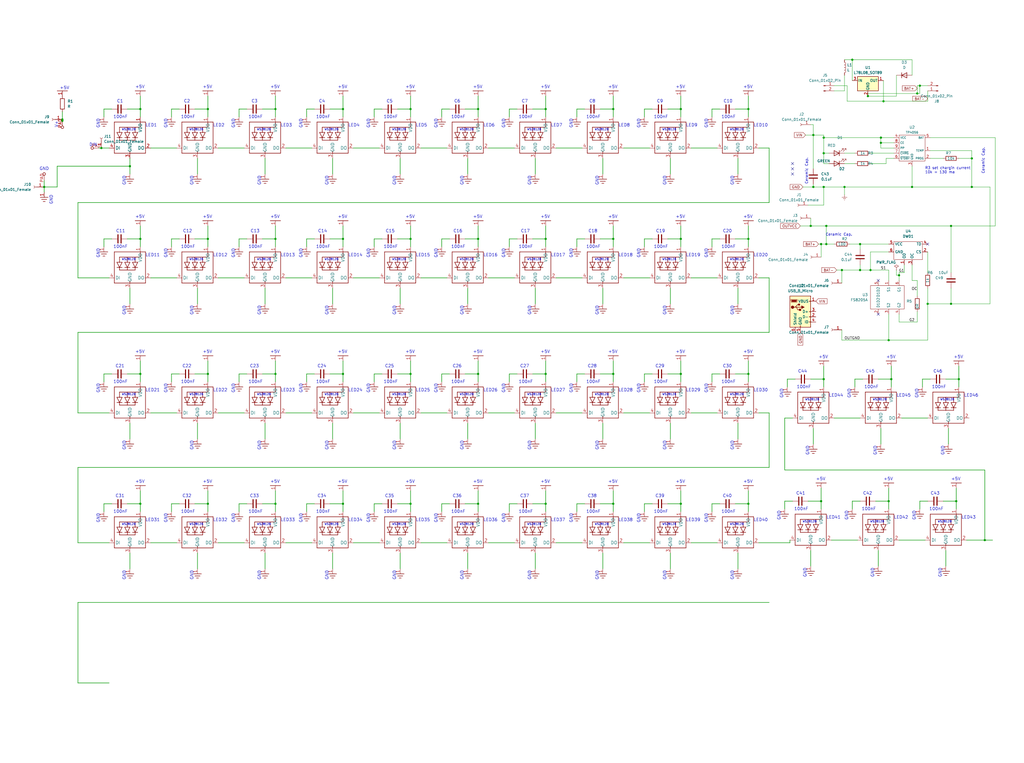
<source format=kicad_sch>
(kicad_sch (version 20250114) (generator "eeschema") (generator_version "9.0")
  (paper "User" 500.494 373.253)
  (text "+5V" (at 330.2 236.474 0) (effects (font (size 1.48 1.48)) (justify left bottom)))
  (text "GND" (at 247.015 62.744 90) (effects (font (size 1.48 1.48)) (justify left bottom)))
  (text "100nF" (at 121.412 249.428 0) (effects (font (size 1.48 1.48)) (justify left top)))
  (text "GND" (at 346.075 255.784 90) (effects (font (size 1.48 1.48)) (justify left bottom)))
  (text "LED11" (at 71.12 125.73 0) (effects (font (size 1.48 1.48)) (justify left bottom)))
  (text "WS2812B" (at 59.436 257.048 0) (effects (font (size 0.987 0.987)) (justify left bottom)))
  (text "WS2812B" (at 356.616 257.048 0) (effects (font (size 0.987 0.987)) (justify left bottom)))
  (text "+5V" (at 165.1 236.474 0) (effects (font (size 1.48 1.48)) (justify left bottom)))
  (text "WS2812B" (at 125.476 193.548 0) (effects (font (size 0.987 0.987)) (justify left bottom)))
  (text "LED12" (at 104.14 125.73 0) (effects (font (size 1.48 1.48)) (justify left bottom)))
  (text "GND" (at 313.055 126.244 90) (effects (font (size 1.48 1.48)) (justify left bottom)))
  (text "GND" (at 61.595 220.224 90) (effects (font (size 1.48 1.48)) (justify left bottom)))
  (text "+5V" (at 198.12 43.434 0) (effects (font (size 1.48 1.48)) (justify left bottom)))
  (text "+5V" (at 29.21 43.942 0) (effects (font (size 1.48 1.48)) (justify left bottom)))
  (text "+5V" (at 198.12 236.474 0) (effects (font (size 1.48 1.48)) (justify left bottom)))
  (text "100nF" (at 55.372 185.928 0) (effects (font (size 1.48 1.48)) (justify left top)))
  (text "C2" (at 89.828 50.473 0) (effects (font (size 1.48 1.48)) (justify left bottom)))
  (text "LED43" (at 469.9 254 0) (effects (font (size 1.48 1.48)) (justify left bottom)))
  (text "100nF" (at 154.432 56.388 0) (effects (font (size 1.48 1.48)) (justify left top)))
  (text "GND" (at 193.675 283.724 90) (effects (font (size 1.48 1.48)) (justify left bottom)))
  (text "C15" (at 188.47 113.973 0) (effects (font (size 1.48 1.48)) (justify left bottom)))
  (text "DIN" (at 43.594 71.755 0) (effects (font (size 1.48 1.48)) (justify left bottom)))
  (text "100nF" (at 187.452 119.888 0) (effects (font (size 1.48 1.48)) (justify left top)))
  (text "+5V" (at 330.2 172.974 0) (effects (font (size 1.48 1.48)) (justify left bottom)))
  (text "+5V" (at 66.04 43.434 0) (effects (font (size 1.48 1.48)) (justify left bottom)))
  (text "WS2812B" (at 290.576 257.048 0) (effects (font (size 0.987 0.987)) (justify left bottom)))
  (text "GND" (at 381.635 254.514 90) (effects (font (size 1.48 1.48)) (justify left bottom)))
  (text "+5V" (at 132.08 172.974 0) (effects (font (size 1.48 1.48)) (justify left bottom)))
  (text "C13" (at 122.43 113.973 0) (effects (font (size 1.48 1.48)) (justify left bottom)))
  (text "GND" (at 48.895 126.244 90) (effects (font (size 1.48 1.48)) (justify left bottom)))
  (text "+5V" (at 132.08 43.434 0) (effects (font (size 1.48 1.48)) (justify left bottom)))
  (text "C36" (at 221.199 243.513 0) (effects (font (size 1.48 1.48)) (justify left bottom)))
  (text "WS2812B" (at 92.456 193.548 0) (effects (font (size 0.987 0.987)) (justify left bottom)))
  (text "GND" (at 358.775 220.224 90) (effects (font (size 1.48 1.48)) (justify left bottom)))
  (text "LED44" (at 405.13 194.31 0) (effects (font (size 1.48 1.48)) (justify left bottom)))
  (text "LED41" (at 403.86 254 0) (effects (font (size 1.48 1.48)) (justify left bottom)))
  (text "100nF" (at 319.532 185.928 0) (effects (font (size 1.48 1.48)) (justify left top)))
  (text "100nF" (at 88.392 185.928 0) (effects (font (size 1.48 1.48)) (justify left top)))
  (text "LED33" (at 137.16 255.27 0) (effects (font (size 1.48 1.48)) (justify left bottom)))
  (text "WS2812B" (at 224.536 257.048 0) (effects (font (size 0.987 0.987)) (justify left bottom)))
  (text "WS2812B" (at 257.556 193.548 0) (effects (font (size 0.987 0.987)) (justify left bottom)))
  (text "C30" (at 353.242 180.013 0) (effects (font (size 1.48 1.48)) (justify left bottom)))
  (text "+5V" (at 400.05 175.514 0) (effects (font (size 1.48 1.48)) (justify left bottom)))
  (text "WS2812B" (at 158.496 127.508 0) (effects (font (size 0.987 0.987)) (justify left bottom)))
  (text "+5V" (at 330.2 43.434 0) (effects (font (size 1.48 1.48)) (justify left bottom)))
  (text "+5V" (at 132.08 106.934 0) (effects (font (size 1.48 1.48)) (justify left bottom)))
  (text "+5V" (at 363.22 236.474 0) (effects (font (size 1.48 1.48)) (justify left bottom)))
  (text "+5V" (at 330.2 106.934 0) (effects (font (size 1.48 1.48)) (justify left bottom)))
  (text "C1" (at 57.135 50.473 0) (effects (font (size 1.48 1.48)) (justify left bottom)))
  (text "LED22" (at 104.14 191.77 0) (effects (font (size 1.48 1.48)) (justify left bottom)))
  (text "LED2" (at 104.14 62.23 0) (effects (font (size 1.48 1.48)) (justify left bottom)))
  (text "+5V" (at 264.16 43.434 0) (effects (font (size 1.48 1.48)) (justify left bottom)))
  (text "LED20" (at 368.3 125.73 0) (effects (font (size 1.48 1.48)) (justify left bottom)))
  (text "WS2812B" (at 125.476 64.008 0) (effects (font (size 0.987 0.987)) (justify left bottom)))
  (text "LED46" (at 471.17 194.31 0) (effects (font (size 1.48 1.48)) (justify left bottom)))
  (text "C29" (at 320.258 180.013 0) (effects (font (size 1.48 1.48)) (justify left bottom)))
  (text "C12" (at 89.41 113.973 0) (effects (font (size 1.48 1.48)) (justify left bottom)))
  (text "LED35" (at 203.2 255.27 0) (effects (font (size 1.48 1.48)) (justify left bottom)))
  (text "+5V" (at 231.14 43.434 0) (effects (font (size 1.48 1.48)) (justify left bottom)))
  (text "100nF" (at 421.132 248.158 0) (effects (font (size 1.48 1.48)) (justify left top)))
  (text "100nF" (at 55.372 119.888 0) (effects (font (size 1.48 1.48)) (justify left top)))
  (text "GND" (at 427.355 282.454 90) (effects (font (size 1.48 1.48)) (justify left bottom)))
  (text "100nF" (at 88.392 119.888 0) (effects (font (size 1.48 1.48)) (justify left top)))
  (text "C32" (at 89.082 243.513 0) (effects (font (size 1.48 1.48)) (justify left bottom)))
  (text "100nF" (at 319.532 56.388 0) (effects (font (size 1.48 1.48)) (justify left top)))
  (text "LED40" (at 368.3 255.27 0) (effects (font (size 1.48 1.48)) (justify left bottom)))
  (text "GND" (at 313.055 192.284 90) (effects (font (size 1.48 1.48)) (justify left bottom)))
  (text "GND" (at 48.895 62.744 90) (effects (font (size 1.48 1.48)) (justify left bottom)))
  (text "+5V" (at 99.06 106.934 0) (effects (font (size 1.48 1.48)) (justify left bottom)))
  (text "WS2812B" (at 290.576 127.508 0) (effects (font (size 0.987 0.987)) (justify left bottom)))
  (text "GND" (at 127.635 220.224 90) (effects (font (size 1.48 1.48)) (justify left bottom)))
  (text "100nF" (at 88.392 56.388 0) (effects (font (size 1.48 1.48)) (justify left top)))
  (text "GND" (at 346.075 192.284 90) (effects (font (size 1.48 1.48)) (justify left bottom)))
  (text "100nF" (at 187.452 249.428 0) (effects (font (size 1.48 1.48)) (justify left top)))
  (text "100nF" (at 220.472 185.928 0) (effects (font (size 1.48 1.48)) (justify left top)))
  (text "100nF" (at 286.512 119.888 0) (effects (font (size 1.48 1.48)) (justify left top)))
  (text "GND" (at 25.908 100.076 90) (effects (font (size 1.48 1.48)) (justify left bottom)))
  (text "100nF" (at 352.552 56.388 0) (effects (font (size 1.48 1.48)) (justify left top)))
  (text "C25" (at 188.142 180.013 0) (effects (font (size 1.48 1.48)) (justify left bottom)))
  (text "GND" (at 313.055 255.784 90) (effects (font (size 1.48 1.48)) (justify left bottom)))
  (text "GND" (at 147.955 255.784 90) (effects (font (size 1.48 1.48)) (justify left bottom)))
  (text "WS2812B" (at 323.596 127.508 0) (effects (font (size 0.987 0.987)) (justify left bottom)))
  (text "Ceramic Cap." (at 481.33 85.09 90) (effects (font (size 1.27 1.27)) (justify left bottom)))
  (text "GND" (at 226.695 90.684 90) (effects (font (size 1.48 1.48)) (justify left bottom)))
  (text "100nF" (at 220.472 119.888 0) (effects (font (size 1.48 1.48)) (justify left top)))
  (text "+5V" (at 466.09 175.514 0) (effects (font (size 1.48 1.48)) (justify left bottom)))
  (text "+5V" (at 231.14 172.974 0) (effects (font (size 1.48 1.48)) (justify left bottom)))
  (text "GND" (at 460.375 282.454 90) (effects (font (size 1.48 1.48)) (justify left bottom)))
  (text "C44" (at 389.999 182.553 0) (effects (font (size 1.48 1.48)) (justify left bottom)))
  (text "GND" (at 226.695 220.224 90) (effects (font (size 1.48 1.48)) (justify left bottom)))
  (text "+5V" (at 132.08 236.474 0) (effects (font (size 1.48 1.48)) (justify left bottom)))
  (text "WS2812B" (at 59.436 127.508 0) (effects (font (size 0.987 0.987)) (justify left bottom)))
  (text "LED16" (at 236.22 125.73 0) (effects (font (size 1.48 1.48)) (justify left bottom)))
  (text "100nF" (at 455.422 188.468 0) (effects (font (size 1.48 1.48)) (justify left top)))
  (text "100nF" (at 422.402 188.468 0) (effects (font (size 1.48 1.48)) (justify left top)))
  (text "GND" (at 94.615 90.684 90) (effects (font (size 1.48 1.48)) (justify left bottom)))
  (text "GND" (at 447.675 254.514 90) (effects (font (size 1.48 1.48)) (justify left bottom)))
  (text "LED19" (at 335.28 125.73 0) (effects (font (size 1.48 1.48)) (justify left bottom)))
  (text "WS2812B" (at 125.476 127.508 0) (effects (font (size 0.987 0.987)) (justify left bottom)))
  (text "GND" (at 180.975 255.784 90) (effects (font (size 1.48 1.48)) (justify left bottom)))
  (text "GND" (at 226.695 283.724 90) (effects (font (size 1.48 1.48)) (justify left bottom)))
  (text "GND" (at 247.015 126.244 90) (effects (font (size 1.48 1.48)) (justify left bottom)))
  (text "100nF" (at 253.492 119.888 0) (effects (font (size 1.48 1.48)) (justify left top)))
  (text "GND" (at 19.232 83.499 0) (effects (font (size 1.48 1.48)) (justify left bottom)))
  (text "+5V" (at 264.16 236.474 0) (effects (font (size 1.48 1.48)) (justify left bottom)))
  (text "WS2812B" (at 426.466 196.088 0) (effects (font (size 0.987 0.987)) (justify left bottom)))
  (text "R3 set chargin current\n10k = 130 ma" (at 452.12 85.09 0) (effects (font (size 1.27 1.27)) (justify left bottom)))
  (text "+5V" (at 231.14 236.474 0) (effects (font (size 1.48 1.48)) (justify left bottom)))
  (text "+5V" (at 231.14 106.934 0) (effects (font (size 1.48 1.48)) (justify left bottom)))
  (text "+5V" (at 99.06 43.434 0) (effects (font (size 1.48 1.48)) (justify left bottom)))
  (text "GND" (at 358.775 90.684 90) (effects (font (size 1.48 1.48)) (justify left bottom)))
  (text "GND" (at 358.775 283.724 90) (effects (font (size 1.48 1.48)) (justify left bottom)))
  (text "100nF" (at 352.552 119.888 0) (effects (font (size 1.48 1.48)) (justify left top)))
  (text "C5" (at 188.888 50.473 0) (effects (font (size 1.48 1.48)) (justify left bottom)))
  (text "C11" (at 56.717 113.973 0) (effects (font (size 1.48 1.48)) (justify left bottom)))
  (text "LED42" (at 436.88 254 0) (effects (font (size 1.48 1.48)) (justify left bottom)))
  (text "100nF" (at 187.452 56.388 0) (effects (font (size 1.48 1.48)) (justify left top)))
  (text "+5V" (at 363.22 172.974 0) (effects (font (size 1.48 1.48)) (justify left bottom)))
  (text "+5V" (at 297.18 43.434 0) (effects (font (size 1.48 1.48)) (justify left bottom)))
  (text "WS2812B" (at 92.456 127.508 0) (effects (font (size 0.987 0.987)) (justify left bottom)))
  (text "GND" (at 395.605 222.764 90) (effects (font (size 1.48 1.48)) (justify left bottom)))
  (text "LED30" (at 368.3 191.77 0) (effects (font (size 1.48 1.48)) (justify left bottom)))
  (text "GND" (at 280.035 255.784 90) (effects (font (size 1.48 1.48)) (justify left bottom)))
  (text "GND" (at 160.655 220.224 90) (effects (font (size 1.48 1.48)) (justify left bottom)))
  (text "GND" (at 127.635 154.184 90) (effects (font (size 1.48 1.48)) (justify left bottom)))
  (text "GND" (at 114.935 62.744 90) (effects (font (size 1.48 1.48)) (justify left bottom)))
  (text "100nF" (at 55.372 56.388 0) (effects (font (size 1.48 1.48)) (justify left top)))
  (text "100nF" (at 253.492 56.388 0) (effects (font (size 1.48 1.48)) (justify left top)))
  (text "100nF" (at 187.452 185.928 0) (effects (font (size 1.48 1.48)) (justify left top)))
  (text "+5V" (at 433.07 175.514 0) (effects (font (size 1.48 1.48)) (justify left bottom)))
  (text "+5V" (at 297.18 236.474 0) (effects (font (size 1.48 1.48)) (justify left bottom)))
  (text "GND" (at 358.775 154.184 90) (effects (font (size 1.48 1.48)) (justify left bottom)))
  (text "LED21" (at 71.12 191.77 0) (effects (font (size 1.48 1.48)) (justify left bottom)))
  (text "GND" (at 247.015 255.784 90) (effects (font (size 1.48 1.48)) (justify left bottom)))
  (text "C42" (at 421.786 242.243 0) (effects (font (size 1.48 1.48)) (justify left bottom)))
  (text "GND" (at 292.735 283.724 90) (effects (font (size 1.48 1.48)) (justify left bottom)))
  (text "WS2812B" (at 191.516 127.508 0) (effects (font (size 0.987 0.987)) (justify left bottom)))
  (text "WS2812B" (at 392.176 255.778 0) (effects (font (size 0.987 0.987)) (justify left bottom)))
  (text "WS2812B" (at 425.196 255.778 0) (effects (font (size 0.987 0.987)) (justify left bottom)))
  (text "LED1" (at 71.12 62.23 0) (effects (font (size 1.48 1.48)) (justify left bottom)))
  (text "LED9" (at 335.28 62.23 0) (effects (font (size 1.48 1.48)) (justify left bottom)))
  (text "GND" (at 325.755 154.184 90) (effects (font (size 1.48 1.48)) (justify left bottom)))
  (text "LED37" (at 269.24 255.27 0) (effects (font (size 1.48 1.48)) (justify left bottom)))
  (text "+5V" (at 297.18 172.974 0) (effects (font (size 1.48 1.48)) (justify left bottom)))
  (text "GND" (at 259.715 154.184 90) (effects (font (size 1.48 1.48)) (justify left bottom)))
  (text "C7" (at 254.928 50.473 0) (effects (font (size 1.48 1.48)) (justify left bottom)))
  (text "GND" (at 292.735 154.184 90) (effects (font (size 1.48 1.48)) (justify left bottom)))
  (text "+5V" (at 198.12 172.974 0) (effects (font (size 1.48 1.48)) (justify left bottom)))
  (text "GND" (at 382.905 194.824 90) (effects (font (size 1.48 1.48)) (justify left bottom)))
  (text "LED3" (at 137.16 62.23 0) (effects (font (size 1.48 1.48)) (justify left bottom)))
  (text "GND" (at 114.935 126.244 90) (effects (font (size 1.48 1.48)) (justify left bottom)))
  (text "WS2812B" (at 323.596 193.548 0) (effects (font (size 0.987 0.987)) (justify left bottom)))
  (text "WS2812B" (at 458.216 255.778 0) (effects (font (size 0.987 0.987)) (justify left bottom)))
  (text "GND" (at 247.015 192.284 90) (effects (font (size 1.48 1.48)) (justify left bottom)))
  (text "C6" (at 221.945 50.473 0) (effects (font (size 1.48 1.48)) (justify left bottom)))
  (text "100nF" (at 220.472 249.428 0) (effects (font (size 1.48 1.48)) (justify left top)))
  (text "C34" (at 155.086 243.513 0) (effects (font (size 1.48 1.48)) (justify left bottom)))
  (text "LED18" (at 302.26 125.73 0) (effects (font (size 1.48 1.48)) (justify left bottom)))
  (text "+5V" (at 66.04 236.474 0) (effects (font (size 1.48 1.48)) (justify left bottom)))
  (text "100nF" (at 253.492 249.428 0) (effects (font (size 1.48 1.48)) (justify left top)))
  (text "C19" (at 320.586 113.973 0) (effects (font (size 1.48 1.48)) (justify left bottom)))
  (text "C28" (at 287.203 180.013 0) (effects (font (size 1.48 1.48)) (justify left bottom)))
  (text "GND" (at 160.655 283.724 90) (effects (font (size 1.48 1.48)) (justify left bottom)))
  (text "GND" (at 61.595 283.724 90) (effects (font (size 1.48 1.48)) (justify left bottom)))
  (text "+5V" (at 264.16 106.934 0) (effects (font (size 1.48 1.48)) (justify left bottom)))
  (text "LED15" (at 203.2 125.73 0) (effects (font (size 1.48 1.48)) (justify left bottom)))
  (text "C35" (at 188.142 243.513 0) (effects (font (size 1.48 1.48)) (justify left bottom)))
  (text "100nF" (at 154.432 249.428 0) (effects (font (size 1.48 1.48)) (justify left top)))
  (text "GND" (at 325.755 220.224 90) (effects (font (size 1.48 1.48)) (justify left bottom)))
  (text "GND" (at 213.995 255.784 90) (effects (font (size 1.48 1.48)) (justify left bottom)))
  (text "+5V" (at 464.82 235.204 0) (effects (font (size 1.48 1.48)) (justify left bottom)))
  (text "C43" (at 454.806 242.243 0) (effects (font (size 1.48 1.48)) (justify left bottom)))
  (text "WS2812B" (at 158.496 64.008 0) (effects (font (size 0.987 0.987)) (justify left bottom)))
  (text "GND" (at 280.035 62.744 90) (effects (font (size 1.48 1.48)) (justify left bottom)))
  (text "C33" (at 122.102 243.513 0) (effects (font (size 1.48 1.48)) (justify left bottom)))
  (text "100nF" (at 319.532 249.428 0) (effects (font (size 1.48 1.48)) (justify left top)))
  (text "LED27" (at 269.24 191.77 0) (effects (font (size 1.48 1.48)) (justify left bottom)))
  (text "LED25" (at 203.2 191.77 0) (effects (font (size 1.48 1.48)) (justify left bottom)))
  (text "GND" (at 61.595 90.684 90) (effects (font (size 1.48 1.48)) (justify left bottom)))
  (text "C8" (at 287.948 50.473 0) (effects (font (size 1.48 1.48)) (justify left bottom)))
  (text "100nF" (at 154.432 119.888 0) (effects (font (size 1.48 1.48)) (justify left top)))
  (text "GND" (at 81.915 62.744 90) (effects (font (size 1.48 1.48)) (justify left bottom)))
  (text "LED5" (at 203.2 62.23 0) (effects (font (size 1.48 1.48)) (justify left bottom)))
  (text "LED34" (at 170.18 255.27 0) (effects (font (size 1.48 1.48)) (justify left bottom)))
  (text "GND" (at 414.655 254.514 90) (effects (font (size 1.48 1.48)) (justify left bottom)))
  (text "GND" (at 160.655 154.184 90) (effects (font (size 1.48 1.48)) (justify left bottom)))
  (text "WS2812B" (at 393.446 196.088 0) (effects (font (size 0.987 0.987)) (justify left bottom)))
  (text "WS2812B" (at 257.556 257.048 0) (effects (font (size 0.987 0.987)) (justify left bottom)))
  (text "WS2812B" (at 125.476 257.048 0) (effects (font (size 0.987 0.987)) (justify left bottom)))
  (text "+5V" (at 398.78 235.204 0) (effects (font (size 1.48 1.48)) (justify left bottom)))
  (text "GND" (at 127.635 90.684 90) (effects (font (size 1.48 1.48)) (justify left bottom)))
  (text "WS2812B" (at 224.536 193.548 0) (effects (font (size 0.987 0.987)) (justify left bottom)))
  (text "GND" (at 48.895 255.784 90) (effects (font (size 1.48 1.48)) (justify left bottom)))
  (text "GND" (at 461.645 222.764 90) (effects (font (size 1.48 1.48)) (justify left bottom)))
  (text "100nF" (at 88.392 249.428 0) (effects (font (size 1.48 1.48)) (justify left top)))
  (text "GND" (at 147.955 62.744 90) (effects (font (size 1.48 1.48)) (justify left bottom)))
  (text "GND" (at 81.915 192.284 90) (effects (font (size 1.48 1.48)) (justify left bottom)))
  (text "WS2812B" (at 356.616 127.508 0) (effects (font (size 0.987 0.987)) (justify left bottom)))
  (text "LED14" (at 170.18 125.73 0) (effects (font (size 1.48 1.48)) (justify left bottom)))
  (text "+5V" (at 165.1 106.934 0) (effects (font (size 1.48 1.48)) (justify left bottom)))
  (text "WS2812B" (at 290.576 193.548 0) (effects (font (size 0.987 0.987)) (justify left bottom)))
  (text "WS2812B" (at 224.536 64.008 0) (effects (font (size 0.987 0.987)) (justify left bottom)))
  (text "GND" (at 114.935 192.284 90) (effects (font (size 1.48 1.48)) (justify left bottom)))
  (text "GND" (at 48.895 192.284 90) (effects (font (size 1.48 1.48)) (justify left bottom)))
  (text "LED6" (at 236.22 62.23 0) (effects (font (size 1.48 1.48)) (justify left bottom)))
  (text "+5V" (at 198.12 106.934 0) (effects (font (size 1.48 1.48)) (justify left bottom)))
  (text "C38" (at 287.203 243.513 0) (effects (font (size 1.48 1.48)) (justify left bottom)))
  (text "GND" (at 94.615 220.224 90) (effects (font (size 1.48 1.48)) (justify left bottom)))
  (text "C31" (at 56.39 243.513 0) (effects (font (size 1.48 1.48)) (justify left bottom)))
  (text "+5V" (at 363.22 106.934 0) (effects (font (size 1.48 1.48)) (justify left bottom)))
  (text "GND" (at 114.935 255.784 90) (effects (font (size 1.48 1.48)) (justify left bottom)))
  (text "100nF" (at 286.512 249.428 0) (effects (font (size 1.48 1.48)) (justify left top)))
  (text "100nF" (at 388.112 248.158 0) (effects (font (size 1.48 1.48)) (justify left top)))
  (text "GND" (at 94.615 283.724 90) (effects (font (size 1.48 1.48)) (justify left bottom)))
  (text "WS2812B" (at 191.516 193.548 0) (effects (font (size 0.987 0.987)) (justify left bottom)))
  (text "C3" (at 122.848 50.473 0) (effects (font (size 1.48 1.48)) (justify left bottom)))
  (text "100nF" (at 121.412 119.888 0) (effects (font (size 1.48 1.48)) (justify left top)))
  (text "GND" (at 226.695 154.184 90) (effects (font (size 1.48 1.48)) (justify left bottom)))
  (text "100nF" (at 389.382 188.468 0) (effects (font (size 1.48 1.48)) (justify left top)))
  (text "C37" (at 254.182 243.513 0) (effects (font (size 1.48 1.48)) (justify left bottom)))
  (text "+5V" (at 99.06 236.474 0) (effects (font (size 1.48 1.48)) (justify left bottom)))
  (text "GND" (at 193.675 154.184 90) (effects (font (size 1.48 1.48)) (justify left bottom)))
  (text "C39" (at 320.258 243.513 0) (effects (font (size 1.48 1.48)) (justify left bottom)))
  (text "LED10" (at 368.3 62.23 0) (effects (font (size 1.48 1.48)) (justify left bottom)))
  (text "GND" (at 346.075 62.744 90) (effects (font (size 1.48 1.48)) (justify left bottom)))
  (text "LED13" (at 137.16 125.73 0) (effects (font (size 1.48 1.48)) (justify left bottom)))
  (text "C9" (at 321.004 50.473 0) (effects (font (size 1.48 1.48)) (justify left bottom)))
  (text "+5V" (at 66.04 106.934 0) (effects (font (size 1.48 1.48)) (justify left bottom)))
  (text "GND" (at 394.335 282.454 90) (effects (font (size 1.48 1.48)) (justify left bottom)))
  (text "100nF" (at 55.372 249.428 0) (effects (font (size 1.48 1.48)) (justify left top)))
  (text "GND" (at 325.755 90.684 90) (effects (font (size 1.48 1.48)) (justify left bottom)))
  (text "GND" (at 81.915 126.244 90) (effects (font (size 1.48 1.48)) (justify left bottom)))
  (text "C46" (at 456.113 182.553 0) (effects (font (size 1.48 1.48)) (justify left bottom)))
  (text "LED29" (at 335.28 191.77 0) (effects (font (size 1.48 1.48)) (justify left bottom)))
  (text "GND" (at 313.055 62.744 90) (effects (font (size 1.48 1.48)) (justify left bottom)))
  (text "WS2812B" (at 323.596 64.008 0) (effects (font (size 0.987 0.987)) (justify left bottom)))
  (text "WS2812B" (at 257.556 127.508 0) (effects (font (size 0.987 0.987)) (justify left bottom)))
  (text "LED17" (at 269.24 125.73 0) (effects (font (size 1.48 1.48)) (justify left bottom)))
  (text "WS2812B" (at 356.616 64.008 0) (effects (font (size 0.987 0.987)) (justify left bottom)))
  (text "GND" (at 147.955 126.244 90) (effects (font (size 1.48 1.48)) (justify left bottom)))
  (text "WS2812B" (at 290.576 64.008 0) (effects (font (size 0.987 0.987)) (justify left bottom)))
  (text "100nF" (at 352.552 249.428 0) (effects (font (size 1.48 1.48)) (justify left top)))
  (text "+5V" (at 431.8 235.204 0) (effects (font (size 1.48 1.48)) (justify left bottom)))
  (text "100nF" (at 121.412 185.928 0) (effects (font (size 1.48 1.48)) (justify left top)))
  (text "GND" (at 259.715 283.724 90) (effects (font (size 1.48 1.48)) (justify left bottom)))
  (text "+5V" (at 264.16 172.974 0) (effects (font (size 1.48 1.48)) (justify left bottom)))
  (text "GND" (at 346.075 126.244 90) (effects (font (size 1.48 1.48)) (justify left bottom)))
  (text "GND" (at 127.635 283.724 90) (effects (font (size 1.48 1.48)) (justify left bottom)))
  (text "LED32" (at 104.14 255.27 0) (effects (font (size 1.48 1.48)) (justify left bottom)))
  (text "100nF" (at 220.472 56.388 0) (effects (font (size 1.48 1.48)) (justify left top)))
  (text "GND" (at 193.675 220.224 90) (effects (font (size 1.48 1.48)) (justify left bottom)))
  (text "GND" (at 325.755 283.724 90) (effects (font (size 1.48 1.48)) (justify left bottom)))
  (text "C18" (at 287.53 113.973 0) (effects (font (size 1.48 1.48)) (justify left bottom)))
  (text "LED23" (at 137.16 191.77 0) (effects (font (size 1.48 1.48)) (justify left bottom)))
  (text "C20" (at 353.242 113.973 0) (effects (font (size 1.48 1.48)) (justify left bottom)))
  (text "C24" (at 155.086 180.013 0) (effects (font (size 1.48 1.48)) (justify left bottom)))
  (text "100nF" (at 286.512 185.928 0) (effects (font (size 1.48 1.48)) (justify left top)))
  (text "100nF" (at 352.552 185.928 0) (effects (font (size 1.48 1.48)) (justify left top)))
  (text "LED39" (at 335.28 255.27 0) (effects (font (size 1.48 1.48)) (justify left bottom)))
  (text "LED31" (at 71.12 255.27 0) (effects (font (size 1.48 1.48)) (justify left bottom)))
  (text "C40" (at 353.206 243.513 0) (effects (font (size 1.48 1.48)) (justify left bottom)))
  (text "C16" (at 221.527 113.973 0) (effects (font (size 1.48 1.48)) (justify left bottom)))
  (text "WS2812B" (at 191.516 257.048 0) (effects (font (size 0.987 0.987)) (justify left bottom)))
  (text "GND" (at 280.035 192.284 90) (effects (font (size 1.48 1.48)) (justify left bottom)))
  (text "GND" (at 81.915 255.784 90) (effects (font (size 1.48 1.48)) (justify left bottom)))
  (text "V+" (at 28.448 62.484 90) (effects (font (size 1.48 1.48)) (justify left bottom)))
  (text "C22" (at 89.082 180.013 0) (effects (font (size 1.48 1.48)) (justify left bottom)))
  (text "WS2812B" (at 158.496 257.048 0) (effects (font (size 0.987 0.987)) (justify left bottom)))
  (text "GND" (at 180.975 126.244 90) (effects (font (size 1.48 1.48)) (justify left bottom)))
  (text "100nF" (at 121.412 56.388 0) (effects (font (size 1.48 1.48)) (justify left top)))
  (text "C10" (at 353.57 50.473 0) (effects (font (size 1.48 1.48)) (justify left bottom)))
  (text "LED24" (at 170.18 191.77 0) (effects (font (size 1.48 1.48)) (justify left bottom)))
  (text "WS2812B" (at 191.516 64.008 0) (effects (font (size 0.987 0.987)) (justify left bottom)))
  (text "+5V" (at 66.04 172.974 0) (effects (font (size 1.48 1.48)) (justify left bottom)))
  (text "C27" (at 254.182 180.013 0) (effects (font (size 1.48 1.48)) (justify left bottom)))
  (text "C23" (at 122.102 180.013 0) (effects (font (size 1.48 1.48)) (justify left bottom)))
  (text "GND" (at 280.035 126.244 90) (effects (font (size 1.48 1.48)) (justify left bottom)))
  (text "GND" (at 415.925 194.824 90) (effects (font (size 1.48 1.48)) (justify left bottom)))
  (text "LED38" (at 302.26 255.27 0) (effects (font (size 1.48 1.48)) (justify left bottom)))
  (text "GND" (at 94.615 154.184 90) (effects (font (size 1.48 1.48)) (justify left bottom)))
  (text "GND" (at 180.975 192.284 90) (effects (font (size 1.48 1.48)) (justify left bottom)))
  (text "100nF" (at 454.152 248.158 0) (effects (font (size 1.48 1.48)) (justify left top)))
  (text "WS2812B" (at 257.556 64.008 0) (effects (font (size 0.987 0.987)) (justify left bottom)))
  (text "Ceramic Cap." (at 394.97 90.17 90) (effects (font (size 1.27 1.27)) (justify left bottom)))
  (text "GND" (at 147.955 192.284 90) (effects (font (size 1.48 1.48)) (justify left bottom)))
  (text "LED45" (at 438.15 194.31 0) (effects (font (size 1.48 1.48)) (justify left bottom)))
  (text "WS2812B" (at 356.616 193.548 0) (effects (font (size 0.987 0.987)) (justify left bottom)))
  (text "+5V" (at 297.18 106.934 0) (effects (font (size 1.48 1.48)) (justify left bottom)))
  (text "GND" (at 292.735 220.224 90) (effects (font (size 1.48 1.48)) (justify left bottom)))
  (text "GND" (at 180.975 62.744 90) (effects (font (size 1.48 1.48)) (justify left bottom)))
  (text "100nF" (at 253.492 185.928 0) (effects (font (size 1.48 1.48)) (justify left top)))
  (text "100nF" (at 286.512 56.388 0) (effects (font (size 1.48 1.48)) (justify left top)))
  (text "+5V" (at 165.1 172.974 0) (effects (font (size 1.48 1.48)) (justify left bottom)))
  (text "GND" (at 213.995 126.244 90) (effects (font (size 1.48 1.48)) (justify left bottom)))
  (text "+5V" (at 363.22 43.434 0) (effects (font (size 1.48 1.48)) (justify left bottom)))
  (text "+5V" (at 99.06 172.974 0) (effects (font (size 1.48 1.48)) (justify left bottom)))
  (text "WS2812B" (at 459.486 196.088 0) (effects (font (size 0.987 0.987)) (justify left bottom)))
  (text "GND" (at 213.995 192.284 90) (effects (font (size 1.48 1.48)) (justify left bottom)))
  (text "GND" (at 292.735 90.684 90) (effects (font (size 1.48 1.48)) (justify left bottom)))
  (text "LED28" (at 302.26 191.77 0) (effects (font (size 1.48 1.48)) (justify left bottom)))
  (text "100nF" (at 154.432 185.928 0) (effects (font (size 1.48 1.48)) (justify left top)))
  (text "GND" (at 193.675 90.684 90) (effects (font (size 1.48 1.48)) (justify left bottom)))
  (text "GND" (at 213.995 62.744 90) (effects (font (size 1.48 1.48)) (justify left bottom)))
  (text "C26" (at 221.199 180.013 0) (effects (font (size 1.48 1.48)) (justify left bottom)))
  (text "Ceramic Cap." (at 416.56 115.57 0) (effects (font (size 1.27 1.27)) (justify right bottom)))
  (text "LED7" (at 269.24 62.23 0) (effects (font (size 1.48 1.48)) (justify left bottom)))
  (text "GND" (at 259.715 220.224 90) (effects (font (size 1.48 1.48)) (justify left bottom)))
  (text "GND" (at 61.595 154.184 90) (effects (font (size 1.48 1.48)) (justify left bottom)))
  (text "GND" (at 259.715 90.684 90) (effects (font (size 1.48 1.48)) (justify left bottom)))
  (text "WS2812B" (at 224.536 127.508 0) (effects (font (size 0.987 0.987)) (justify left bottom)))
  (text "WS2812B" (at 59.436 64.008 0) (effects (font (size 0.987 0.987)) (justify left bottom)))
  (text "C21" (at 56.39 180.013 0) (effects (font (size 1.48 1.48)) (justify left bottom)))
  (text "LED8" (at 302.26 62.23 0) (effects (font (size 1.48 1.48)) (justify left bottom)))
  (text "GND" (at 428.625 222.764 90) (effects (font (size 1.48 1.48)) (justify left bottom)))
  (text "+5V" (at 165.1 43.434 0) (effects (font (size 1.48 1.48)) (justify left bottom)))
  (text "GND" (at 448.945 194.824 90) (effects (font (size 1.48 1.48)) (justify left bottom)))
  (text "C4" (at 155.831 50.473 0) (effects (font (size 1.48 1.48)) (justify left bottom)))
  (text "WS2812B" (at 323.596 257.048 0) (effects (font (size 0.987 0.987)) (justify left bottom)))
  (text "WS2812B" (at 158.496 193.548 0) (effects (font (size 0.987 0.987)) (justify left bottom)))
  (text "C17" (at 254.51 113.973 0) (effects (font (size 1.48 1.48)) (justify left bottom)))
  (text "WS2812B" (at 59.436 193.548 0) (effects (font (size 0.987 0.987)) (justify left bottom)))
  (text "GND" (at 160.655 90.684 90) (effects (font (size 1.48 1.48)) (justify left bottom)))
  (text "WS2812B" (at 92.456 64.008 0) (effects (font (size 0.987 0.987)) (justify left bottom)))
  (text "LED36" (at 236.22 255.27 0) (effects (font (size 1.48 1.48)) (justify left bottom)))
  (text "LED4" (at 170.18 62.23 0) (effects (font (size 1.48 1.48)) (justify left bottom)))
  (text "100nF" (at 319.532 119.888 0) (effects (font (size 1.48 1.48)) (justify left top)))
  (text "LED26" (at 236.22 191.77 0) (effects (font (size 1.48 1.48)) (justify left bottom)))
  (text "C14" (at 155.413 113.973 0) (effects (font (size 1.48 1.48)) (justify left bottom)))
  (text "C45" (at 423.056 182.553 0) (effects (font (size 1.48 1.48)) (justify left bottom)))
  (text "WS2812B" (at 92.456 257.048 0) (effects (font (size 0.987 0.987)) (justify left bottom)))
  (text "C41" (at 389.093 242.243 0) (effects (font (size 1.48 1.48)) (justify left bottom)))
  (junction (at 430.53 67.31))
  (junction (at 266.7 116.84))
  (junction (at 397.51 66.04))
  (junction (at 424.18 46.99))
  (junction (at 200.66 53.34))
  (junction (at 332.74 246.38))
  (junction (at 411.48 132.08))
  (junction (at 134.62 182.88))
  (junction (at 468.63 185.42))
  (junction (at 167.64 116.84))
  (junction (at 200.66 116.84))
  (junction (at 397.51 91.44))
  (junction (at 49.53 72.39))
  (junction (at 467.36 245.11))
  (junction (at 266.7 182.88))
  (junction (at 332.74 182.88))
  (junction (at 332.74 116.84))
  (junction (at 134.62 246.38))
  (junction (at 403.86 110.49))
  (junction (at 30.48 59.055))
  (junction (at 481.33 264.16))
  (junction (at 299.72 116.84))
  (junction (at 402.59 185.42))
  (junction (at 464.82 148.59))
  (junction (at 200.66 182.88))
  (junction (at 365.76 53.34))
  (junction (at 474.98 91.44))
  (junction (at 402.59 67.31))
  (junction (at 439.42 134.62))
  (junction (at 266.7 246.38))
  (junction (at 431.8 49.53))
  (junction (at 420.37 119.38))
  (junction (at 266.7 53.34))
  (junction (at 332.74 53.34))
  (junction (at 101.6 246.38))
  (junction (at 401.32 119.38))
  (junction (at 453.39 148.59))
  (junction (at 233.68 182.88))
  (junction (at 401.32 245.11))
  (junction (at 68.58 53.34))
  (junction (at 425.45 132.08))
  (junction (at 474.98 77.47))
  (junction (at 434.34 166.37))
  (junction (at 101.6 182.88))
  (junction (at 365.76 116.84))
  (junction (at 448.31 45.72))
  (junction (at 68.58 182.88))
  (junction (at 299.72 246.38))
  (junction (at 435.61 185.42))
  (junction (at 402.59 74.93))
  (junction (at 403.86 119.38))
  (junction (at 420.37 132.08))
  (junction (at 167.64 246.38))
  (junction (at 299.72 53.34))
  (junction (at 233.68 246.38))
  (junction (at 434.34 245.11))
  (junction (at 68.58 116.84))
  (junction (at 412.75 91.44))
  (junction (at 167.64 53.34))
  (junction (at 416.56 29.21))
  (junction (at 445.77 91.44))
  (junction (at 396.24 110.49))
  (junction (at 430.53 69.85))
  (junction (at 30.48 58.42))
  (junction (at 402.59 91.44))
  (junction (at 63.5 81.28))
  (junction (at 134.62 116.84))
  (junction (at 200.66 246.38))
  (junction (at 365.76 182.88))
  (junction (at 68.58 246.38))
  (junction (at 21.59 91.44))
  (junction (at 167.64 182.88))
  (junction (at 449.58 41.91))
  (junction (at 365.76 246.38))
  (junction (at 134.62 53.34))
  (junction (at 233.68 116.84))
  (junction (at 233.68 53.34))
  (junction (at 464.82 110.49))
  (junction (at 101.6 116.84))
  (junction (at 101.6 53.34))
  (junction (at 299.72 182.88))
  (no_connect (at 387.35 80.01))
  (no_connect (at 429.26 137.16))
  (no_connect (at 387.35 82.55))
  (no_connect (at 453.39 119.38))
  (no_connect (at 429.26 153.67))
  (no_connect (at 387.35 85.09))
  (wire (pts (xy 412.75 44.45) (xy 407.67 44.45)))
  (wire (pts (xy 332.74 53.34) (xy 332.74 57.15)) (stroke (width 0.25)))
  (wire (pts (xy 200.66 53.34) (xy 200.66 57.15)) (stroke (width 0.25)))
  (wire (pts (xy 134.62 116.84) (xy 134.62 120.65)) (stroke (width 0.25)))
  (wire (pts (xy 248.92 116.84) (xy 248.92 120.65)) (stroke (width 0.25)))
  (wire (pts (xy 248.92 53.34) (xy 248.92 57.15)) (stroke (width 0.25)))
  (wire (pts (xy 101.6 116.84) (xy 101.6 120.65)) (stroke (width 0.25)))
  (wire (pts (xy 116.84 246.38) (xy 116.84 250.19)) (stroke (width 0.25)))
  (wire (pts (xy 161.29 53.34) (xy 167.64 53.34)) (stroke (width 0.25)))
  (wire (pts (xy 195.58 140.97) (xy 195.58 148.59)) (stroke (width 0.25)))
  (wire (pts (xy 215.9 116.84) (xy 215.9 120.65)) (stroke (width 0.25)))
  (wire (pts (xy 227.33 116.84) (xy 233.68 116.84)) (stroke (width 0.25)))
  (wire (pts (xy 172.72 201.93) (xy 185.42 201.93)) (stroke (width 0.25)))
  (wire (pts (xy 397.51 209.55) (xy 397.51 217.17)) (stroke (width 0.25)))
  (wire (pts (xy 101.6 182.88) (xy 101.6 186.69)) (stroke (width 0.25)))
  (wire (pts (xy 106.68 201.93) (xy 119.38 201.93)) (stroke (width 0.25)))
  (wire (pts (xy 424.18 46.99) (xy 438.15 46.99)))
  (wire (pts (xy 416.56 29.21) (xy 416.56 39.37)))
  (wire (pts (xy 396.24 185.42) (xy 402.59 185.42)) (stroke (width 0.25)))
  (wire (pts (xy 445.77 129.54) (xy 445.77 137.16)))
  (wire (pts (xy 360.68 77.47) (xy 360.68 85.09)) (stroke (width 0.25)))
  (wire (pts (xy 38.1 294.64) (xy 38.1 334.01)) (stroke (width 0.25)))
  (wire (pts (xy 416.56 29.21) (xy 445.77 29.21)))
  (wire (pts (xy 285.75 116.84) (xy 281.94 116.84)) (stroke (width 0.25)))
  (wire (pts (xy 194.31 53.34) (xy 200.66 53.34)) (stroke (width 0.25)))
  (wire (pts (xy 101.6 110.49) (xy 101.6 116.84)) (stroke (width 0.25)))
  (wire (pts (xy 401.32 119.38) (xy 400.05 119.38)))
  (wire (pts (xy 445.77 29.21) (xy 445.77 36.83)))
  (wire (pts (xy 359.41 116.84) (xy 365.76 116.84)) (stroke (width 0.25)))
  (wire (pts (xy 38.1 334.01) (xy 53.34 334.01)) (stroke (width 0.25)))
  (wire (pts (xy 412.75 74.93) (xy 417.83 74.93)))
  (wire (pts (xy 360.68 207.01) (xy 360.68 214.63)) (stroke (width 0.25)))
  (wire (pts (xy 359.41 53.34) (xy 365.76 53.34)) (stroke (width 0.25)))
  (wire (pts (xy 218.44 135.89) (xy 205.74 135.89)) (stroke (width 0.25)))
  (wire (pts (xy 388.62 185.42) (xy 384.81 185.42)) (stroke (width 0.25)))
  (wire (pts (xy 238.76 72.39) (xy 251.46 72.39)) (stroke (width 0.25)))
  (wire (pts (xy 359.41 182.88) (xy 365.76 182.88)) (stroke (width 0.25)))
  (wire (pts (xy 383.54 245.11) (xy 383.54 248.92)) (stroke (width 0.25)))
  (wire (pts (xy 294.64 207.01) (xy 294.64 214.63)) (stroke (width 0.25)))
  (wire (pts (xy 326.39 116.84) (xy 332.74 116.84)) (stroke (width 0.25)))
  (wire (pts (xy 449.58 45.72) (xy 449.58 41.91)))
  (wire (pts (xy 314.96 246.38) (xy 314.96 250.19)) (stroke (width 0.25)))
  (wire (pts (xy 200.66 240.03) (xy 200.66 246.38)) (stroke (width 0.25)))
  (wire (pts (xy 293.37 182.88) (xy 299.72 182.88)) (stroke (width 0.25)))
  (wire (pts (xy 87.63 116.84) (xy 83.82 116.84)) (stroke (width 0.25)))
  (wire (pts (xy 375.92 294.64) (xy 38.1 294.64)) (stroke (width 0.25)))
  (wire (pts (xy 434.34 137.16) (xy 434.34 132.08)))
  (wire (pts (xy 271.78 201.93) (xy 284.48 201.93)) (stroke (width 0.25)))
  (wire (pts (xy 227.33 182.88) (xy 233.68 182.88)) (stroke (width 0.25)))
  (wire (pts (xy 281.94 116.84) (xy 281.94 120.65)) (stroke (width 0.25)))
  (wire (pts (xy 481.33 229.87) (xy 383.54 229.87)) (stroke (width 0.25)))
  (wire (pts (xy 38.1 265.43) (xy 53.34 265.43)) (stroke (width 0.25)))
  (wire (pts (xy 392.43 91.44) (xy 397.51 91.44)))
  (wire (pts (xy 227.33 53.34) (xy 233.68 53.34)) (stroke (width 0.25)))
  (wire (pts (xy 101.6 46.99) (xy 101.6 53.34)) (stroke (width 0.25)))
  (wire (pts (xy 474.98 73.66) (xy 474.98 77.47)))
  (wire (pts (xy 68.58 53.34) (xy 68.58 57.15)) (stroke (width 0.25)))
  (wire (pts (xy 436.88 72.39) (xy 430.53 72.39)))
  (wire (pts (xy 195.58 207.01) (xy 195.58 214.63)) (stroke (width 0.25)))
  (wire (pts (xy 101.6 240.03) (xy 101.6 246.38)) (stroke (width 0.25)))
  (wire (pts (xy 195.58 77.47) (xy 195.58 85.09)) (stroke (width 0.25)))
  (wire (pts (xy 293.37 116.84) (xy 299.72 116.84)) (stroke (width 0.25)))
  (wire (pts (xy 167.64 116.84) (xy 167.64 120.65)) (stroke (width 0.25)))
  (wire (pts (xy 96.52 207.01) (xy 96.52 214.63)) (stroke (width 0.25)))
  (wire (pts (xy 412.75 36.83) (xy 412.75 44.45)))
  (wire (pts (xy 266.7 116.84) (xy 266.7 120.65)) (stroke (width 0.25)))
  (wire (pts (xy 252.73 116.84) (xy 248.92 116.84)) (stroke (width 0.25)))
  (wire (pts (xy 402.59 74.93) (xy 405.13 74.93)))
  (wire (pts (xy 101.6 176.53) (xy 101.6 182.88)) (stroke (width 0.25)))
  (wire (pts (xy 375.92 201.93) (xy 375.92 228.6)) (stroke (width 0.25)))
  (wire (pts (xy 462.28 269.24) (xy 462.28 276.86)) (stroke (width 0.25)))
  (wire (pts (xy 304.8 135.89) (xy 317.5 135.89)) (stroke (width 0.25)))
  (wire (pts (xy 134.62 46.99) (xy 134.62 53.34)) (stroke (width 0.25)))
  (wire (pts (xy 393.7 66.04) (xy 397.51 66.04)))
  (wire (pts (xy 48.26 72.39) (xy 49.53 72.39)) (stroke (width 0.25)))
  (wire (pts (xy 49.53 72.39) (xy 53.34 72.39)) (stroke (width 0.25)))
  (wire (pts (xy 162.56 270.51) (xy 162.56 278.13)) (stroke (width 0.25)))
  (wire (pts (xy 397.51 66.04) (xy 397.51 82.55)))
  (wire (pts (xy 261.62 77.47) (xy 261.62 85.09)) (stroke (width 0.25)))
  (wire (pts (xy 215.9 182.88) (xy 215.9 186.69)) (stroke (width 0.25)))
  (wire (pts (xy 472.44 264.16) (xy 481.33 264.16)) (stroke (width 0.25)))
  (wire (pts (xy 481.33 264.16) (xy 485.14 264.16)) (stroke (width 0.25)))
  (wire (pts (xy 233.68 116.84) (xy 233.68 120.65)) (stroke (width 0.25)))
  (wire (pts (xy 271.78 72.39) (xy 284.48 72.39)) (stroke (width 0.25)))
  (wire (pts (xy 30.48 54.61) (xy 30.48 58.42)) (stroke (width 0.25)))
  (wire (pts (xy 411.48 132.08) (xy 408.94 132.08)))
  (wire (pts (xy 161.29 116.84) (xy 167.64 116.84)) (stroke (width 0.25)))
  (wire (pts (xy 129.54 207.01) (xy 129.54 214.63)) (stroke (width 0.25)))
  (wire (pts (xy 116.84 182.88) (xy 116.84 186.69)) (stroke (width 0.25)))
  (wire (pts (xy 448.31 45.72) (xy 448.31 41.91)))
  (wire (pts (xy 134.62 176.53) (xy 134.62 182.88)) (stroke (width 0.25)))
  (wire (pts (xy 139.7 72.39) (xy 152.4 72.39)) (stroke (width 0.25)))
  (wire (pts (xy 327.66 77.47) (xy 327.66 85.09)) (stroke (width 0.25)))
  (wire (pts (xy 261.62 207.01) (xy 261.62 214.63)) (stroke (width 0.25)))
  (wire (pts (xy 431.8 49.53) (xy 453.39 49.53)))
  (wire (pts (xy 186.69 182.88) (xy 182.88 182.88)) (stroke (width 0.25)))
  (wire (pts (xy 167.64 182.88) (xy 167.64 186.69)) (stroke (width 0.25)))
  (wire (pts (xy 448.31 137.16) (xy 448.31 144.78)))
  (wire (pts (xy 38.1 135.89) (xy 53.34 135.89)) (stroke (width 0.25)))
  (wire (pts (xy 233.68 110.49) (xy 233.68 116.84)) (stroke (width 0.25)))
  (wire (pts (xy 314.96 53.34) (xy 314.96 57.15)) (stroke (width 0.25)))
  (wire (pts (xy 386.08 265.43) (xy 386.08 264.16)) (stroke (width 0.25)))
  (wire (pts (xy 182.88 116.84) (xy 182.88 120.65)) (stroke (width 0.25)))
  (wire (pts (xy 68.58 246.38) (xy 68.58 250.19)) (stroke (width 0.25)))
  (wire (pts (xy 38.1 201.93) (xy 53.34 201.93)) (stroke (width 0.25)))
  (wire (pts (xy 68.58 116.84) (xy 68.58 120.65)) (stroke (width 0.25)))
  (wire (pts (xy 347.98 116.84) (xy 347.98 120.65)) (stroke (width 0.25)))
  (wire (pts (xy 402.59 80.01) (xy 402.59 74.93)))
  (wire (pts (xy 383.54 229.87) (xy 383.54 204.47)) (stroke (width 0.25)))
  (wire (pts (xy 403.86 119.38) (xy 401.32 119.38)))
  (wire (pts (xy 332.74 46.99) (xy 332.74 53.34)) (stroke (width 0.25)))
  (wire (pts (xy 448.31 45.72) (xy 449.58 45.72)))
  (wire (pts (xy 299.72 246.38) (xy 299.72 250.19)) (stroke (width 0.25)))
  (wire (pts (xy 86.36 265.43) (xy 73.66 265.43)) (stroke (width 0.25)))
  (wire (pts (xy 351.79 53.34) (xy 347.98 53.34)) (stroke (width 0.25)))
  (wire (pts (xy 481.33 264.16) (xy 481.33 229.87)) (stroke (width 0.25)))
  (wire (pts (xy 326.39 53.34) (xy 332.74 53.34)) (stroke (width 0.25)))
  (wire (pts (xy 464.82 148.59) (xy 453.39 148.59)))
  (wire (pts (xy 194.31 116.84) (xy 200.66 116.84)) (stroke (width 0.25)))
  (wire (pts (xy 299.72 116.84) (xy 299.72 120.65)) (stroke (width 0.25)))
  (wire (pts (xy 412.75 91.44) (xy 412.75 95.25)))
  (wire (pts (xy 63.5 270.51) (xy 63.5 278.13)) (stroke (width 0.25)))
  (wire (pts (xy 430.53 69.85) (xy 436.88 69.85)))
  (wire (pts (xy 332.74 110.49) (xy 332.74 116.84)) (stroke (width 0.25)))
  (wire (pts (xy 128.27 182.88) (xy 134.62 182.88)) (stroke (width 0.25)))
  (wire (pts (xy 21.59 91.44) (xy 27.94 91.44)) (stroke (width 0.25)))
  (wire (pts (xy 467.36 245.11) (xy 467.36 248.92)) (stroke (width 0.25)))
  (wire (pts (xy 200.66 46.99) (xy 200.66 53.34)) (stroke (width 0.25)))
  (wire (pts (xy 161.29 182.88) (xy 167.64 182.88)) (stroke (width 0.25)))
  (wire (pts (xy 152.4 135.89) (xy 139.7 135.89)) (stroke (width 0.25)))
  (wire (pts (xy 68.58 182.88) (xy 68.58 186.69)) (stroke (width 0.25)))
  (wire (pts (xy 421.64 185.42) (xy 417.83 185.42)) (stroke (width 0.25)))
  (wire (pts (xy 87.63 246.38) (xy 83.82 246.38)) (stroke (width 0.25)))
  (wire (pts (xy 261.62 270.51) (xy 261.62 278.13)) (stroke (width 0.25)))
  (wire (pts (xy 435.61 185.42) (xy 435.61 189.23)) (stroke (width 0.25)))
  (wire (pts (xy 396.24 60.96) (xy 397.51 60.96)))
  (wire (pts (xy 63.5 81.28) (xy 63.5 85.09)) (stroke (width 0.25)))
  (wire (pts (xy 420.37 119.38) (xy 420.37 121.92)))
  (wire (pts (xy 438.15 36.83) (xy 438.15 46.99)))
  (wire (pts (xy 370.84 135.89) (xy 375.92 135.89)) (stroke (width 0.25)))
  (wire (pts (xy 266.7 176.53) (xy 266.7 182.88)) (stroke (width 0.25)))
  (wire (pts (xy 252.73 53.34) (xy 248.92 53.34)) (stroke (width 0.25)))
  (wire (pts (xy 30.48 59.055) (xy 30.48 59.69)) (stroke (width 0.25)))
  (wire (pts (xy 405.13 80.01) (xy 402.59 80.01)))
  (wire (pts (xy 120.65 53.34) (xy 116.84 53.34)) (stroke (width 0.25)))
  (wire (pts (xy 167.64 176.53) (xy 167.64 182.88)) (stroke (width 0.25)))
  (wire (pts (xy 96.52 270.51) (xy 96.52 278.13)) (stroke (width 0.25)))
  (wire (pts (xy 431.8 49.53) (xy 431.8 39.37)))
  (wire (pts (xy 412.75 29.21) (xy 416.56 29.21)))
  (wire (pts (xy 194.31 246.38) (xy 200.66 246.38)) (stroke (width 0.25)))
  (wire (pts (xy 453.39 204.47) (xy 440.69 204.47)) (stroke (width 0.25)))
  (wire (pts (xy 424.18 45.72) (xy 448.31 45.72)))
  (wire (pts (xy 68.58 110.49) (xy 68.58 116.84)) (stroke (width 0.25)))
  (wire (pts (xy 304.8 201.93) (xy 317.5 201.93)) (stroke (width 0.25)))
  (wire (pts (xy 260.35 53.34) (xy 266.7 53.34)) (stroke (width 0.25)))
  (wire (pts (xy 397.51 60.96) (xy 397.51 66.04)))
  (wire (pts (xy 365.76 46.99) (xy 365.76 53.34)) (stroke (width 0.25)))
  (wire (pts (xy 185.42 135.89) (xy 172.72 135.89)) (stroke (width 0.25)))
  (wire (pts (xy 167.64 53.34) (xy 167.64 57.15)) (stroke (width 0.25)))
  (wire (pts (xy 106.68 72.39) (xy 119.38 72.39)) (stroke (width 0.25)))
  (wire (pts (xy 54.61 246.38) (xy 50.8 246.38)) (stroke (width 0.25)))
  (wire (pts (xy 407.67 41.91) (xy 414.02 41.91)))
  (wire (pts (xy 332.74 240.03) (xy 332.74 246.38)) (stroke (width 0.25)))
  (wire (pts (xy 387.35 245.11) (xy 383.54 245.11)) (stroke (width 0.25)))
  (wire (pts (xy 62.23 116.84) (xy 68.58 116.84)) (stroke (width 0.25)))
  (wire (pts (xy 63.5 140.97) (xy 63.5 148.59)) (stroke (width 0.25)))
  (wire (pts (xy 63.5 77.47) (xy 63.5 81.28)) (stroke (width 0.25)))
  (wire (pts (xy 474.98 91.44) (xy 483.87 91.44)))
  (wire (pts (xy 461.01 245.11) (xy 467.36 245.11)) (stroke (width 0.25)))
  (wire (pts (xy 403.86 110.49) (xy 396.24 110.49)))
  (wire (pts (xy 375.92 72.39) (xy 375.92 99.06)) (stroke (width 0.25)))
  (wire (pts (xy 96.52 140.97) (xy 96.52 148.59)) (stroke (width 0.25)))
  (wire (pts (xy 200.66 246.38) (xy 200.66 250.19)) (stroke (width 0.25)))
  (wire (pts (xy 299.72 110.49) (xy 299.72 116.84)) (stroke (width 0.25)))
  (wire (pts (xy 401.32 238.76) (xy 401.32 245.11)) (stroke (width 0.25)))
  (wire (pts (xy 450.85 185.42) (xy 450.85 189.23)) (stroke (width 0.25)))
  (wire (pts (xy 318.77 246.38) (xy 314.96 246.38)) (stroke (width 0.25)))
  (wire (pts (xy 30.48 58.42) (xy 30.48 59.055)) (stroke (width 0.25)))
  (wire (pts (xy 434.34 238.76) (xy 434.34 245.11)) (stroke (width 0.25)))
  (wire (pts (xy 375.92 135.89) (xy 375.92 162.56)) (stroke (width 0.25)))
  (wire (pts (xy 50.8 246.38) (xy 50.8 250.19)) (stroke (width 0.25)))
  (wire (pts (xy 228.6 207.01) (xy 228.6 214.63)) (stroke (width 0.25)))
  (wire (pts (xy 337.82 135.89) (xy 350.52 135.89)) (stroke (width 0.25)))
  (wire (pts (xy 416.56 245.11) (xy 416.56 248.92)) (stroke (width 0.25)))
  (wire (pts (xy 486.41 110.49) (xy 486.41 67.31)))
  (wire (pts (xy 260.35 116.84) (xy 266.7 116.84)) (stroke (width 0.25)))
  (wire (pts (xy 299.72 182.88) (xy 299.72 186.69)) (stroke (width 0.25)))
  (wire (pts (xy 21.59 93.98) (xy 21.59 91.44)) (stroke (width 0.25)))
  (wire (pts (xy 453.39 245.11) (xy 449.58 245.11)) (stroke (width 0.25)))
  (wire (pts (xy 161.29 246.38) (xy 167.64 246.38)) (stroke (width 0.25)))
  (wire (pts (xy 365.76 246.38) (xy 365.76 250.19)) (stroke (width 0.25)))
  (wire (pts (xy 167.64 46.99) (xy 167.64 53.34)) (stroke (width 0.25)))
  (wire (pts (xy 215.9 53.34) (xy 215.9 57.15)) (stroke (width 0.25)))
  (wire (pts (xy 425.45 74.93) (xy 436.88 74.93)))
  (wire (pts (xy 128.27 53.34) (xy 134.62 53.34)) (stroke (width 0.25)))
  (wire (pts (xy 95.25 53.34) (xy 101.6 53.34)) (stroke (width 0.25)))
  (wire (pts (xy 402.59 91.44) (xy 412.75 91.44)))
  (wire (pts (xy 152.4 265.43) (xy 139.7 265.43)) (stroke (width 0.25)))
  (wire (pts (xy 433.07 80.01) (xy 425.45 80.01)))
  (wire (pts (xy 87.63 182.88) (xy 83.82 182.88)) (stroke (width 0.25)))
  (wire (pts (xy 468.63 77.47) (xy 474.98 77.47)))
  (wire (pts (xy 351.79 246.38) (xy 347.98 246.38)) (stroke (width 0.25)))
  (wire (pts (xy 233.68 53.34) (xy 233.68 57.15)) (stroke (width 0.25)))
  (wire (pts (xy 438.15 134.62) (xy 439.42 134.62)))
  (wire (pts (xy 266.7 53.34) (xy 266.7 57.15)) (stroke (width 0.25)))
  (wire (pts (xy 314.96 116.84) (xy 314.96 120.65)) (stroke (width 0.25)))
  (wire (pts (xy 337.82 72.39) (xy 350.52 72.39)) (stroke (width 0.25)))
  (wire (pts (xy 134.62 240.03) (xy 134.62 246.38)) (stroke (width 0.25)))
  (wire (pts (xy 281.94 53.34) (xy 281.94 57.15)) (stroke (width 0.25)))
  (wire (pts (xy 120.65 116.84) (xy 116.84 116.84)) (stroke (width 0.25)))
  (wire (pts (xy 420.37 204.47) (xy 407.67 204.47)) (stroke (width 0.25)))
  (wire (pts (xy 129.54 77.47) (xy 129.54 85.09)) (stroke (width 0.25)))
  (wire (pts (xy 317.5 265.43) (xy 304.8 265.43)) (stroke (width 0.25)))
  (wire (pts (xy 167.64 110.49) (xy 167.64 116.84)) (stroke (width 0.25)))
  (wire (pts (xy 383.54 204.47) (xy 387.35 204.47)) (stroke (width 0.25)))
  (wire (pts (xy 38.1 228.6) (xy 38.1 265.43)) (stroke (width 0.25)))
  (wire (pts (xy 453.39 123.19) (xy 453.39 133.35)))
  (wire (pts (xy 318.77 116.84) (xy 314.96 116.84)) (stroke (width 0.25)))
  (wire (pts (xy 248.92 246.38) (xy 248.92 250.19)) (stroke (width 0.25)))
  (wire (pts (xy 403.86 110.49) (xy 403.86 119.38)))
  (wire (pts (xy 454.66 185.42) (xy 450.85 185.42)) (stroke (width 0.25)))
  (wire (pts (xy 429.26 269.24) (xy 429.26 276.86)) (stroke (width 0.25)))
  (wire (pts (xy 233.68 240.03) (xy 233.68 246.38)) (stroke (width 0.25)))
  (wire (pts (xy 281.94 246.38) (xy 281.94 250.19)) (stroke (width 0.25)))
  (wire (pts (xy 326.39 182.88) (xy 332.74 182.88)) (stroke (width 0.25)))
  (wire (pts (xy 430.53 69.85) (xy 430.53 72.39)))
  (wire (pts (xy 332.74 176.53) (xy 332.74 182.88)) (stroke (width 0.25)))
  (wire (pts (xy 284.48 265.43) (xy 271.78 265.43)) (stroke (width 0.25)))
  (wire (pts (xy 271.78 135.89) (xy 284.48 135.89)) (stroke (width 0.25)))
  (wire (pts (xy 439.42 133.35) (xy 439.42 134.62)))
  (wire (pts (xy 384.81 185.42) (xy 384.81 189.23)) (stroke (width 0.25)))
  (wire (pts (xy 402.59 66.04) (xy 402.59 67.31)))
  (wire (pts (xy 162.56 140.97) (xy 162.56 148.59)) (stroke (width 0.25)))
  (wire (pts (xy 453.39 44.45) (xy 453.39 49.53)))
  (wire (pts (xy 351.79 116.84) (xy 347.98 116.84)) (stroke (width 0.25)))
  (wire (pts (xy 116.84 116.84) (xy 116.84 120.65)) (stroke (width 0.25)))
  (wire (pts (xy 370.84 72.39) (xy 375.92 72.39)) (stroke (width 0.25)))
  (wire (pts (xy 153.67 53.34) (xy 149.86 53.34)) (stroke (width 0.25)))
  (wire (pts (xy 162.56 77.47) (xy 162.56 85.09)) (stroke (width 0.25)))
  (wire (pts (xy 464.82 110.49) (xy 464.82 133.35)))
  (wire (pts (xy 445.77 91.44) (xy 474.98 91.44)))
  (wire (pts (xy 420.37 245.11) (xy 416.56 245.11)) (stroke (width 0.25)))
  (wire (pts (xy 468.63 185.42) (xy 468.63 189.23)) (stroke (width 0.25)))
  (wire (pts (xy 200.66 176.53) (xy 200.66 182.88)) (stroke (width 0.25)))
  (wire (pts (xy 397.51 91.44) (xy 402.59 91.44)))
  (wire (pts (xy 411.48 132.08) (xy 411.48 138.43)))
  (wire (pts (xy 54.61 116.84) (xy 50.8 116.84)) (stroke (width 0.25)))
  (wire (pts (xy 293.37 53.34) (xy 299.72 53.34)) (stroke (width 0.25)))
  (wire (pts (xy 205.74 72.39) (xy 218.44 72.39)) (stroke (width 0.25)))
  (wire (pts (xy 73.66 72.39) (xy 86.36 72.39)) (stroke (width 0.25)))
  (wire (pts (xy 293.37 246.38) (xy 299.72 246.38)) (stroke (width 0.25)))
  (wire (pts (xy 149.86 246.38) (xy 149.86 250.19)) (stroke (width 0.25)))
  (wire (pts (xy 394.97 245.11) (xy 401.32 245.11)) (stroke (width 0.25)))
  (wire (pts (xy 195.58 270.51) (xy 195.58 278.13)) (stroke (width 0.25)))
  (wire (pts (xy 294.64 77.47) (xy 294.64 85.09)) (stroke (width 0.25)))
  (wire (pts (xy 54.61 182.88) (xy 50.8 182.88)) (stroke (width 0.25)))
  (wire (pts (xy 414.02 41.91) (xy 414.02 49.53)))
  (wire (pts (xy 436.88 77.47) (xy 433.07 77.47)))
  (wire (pts (xy 394.97 100.33) (xy 402.59 100.33)))
  (wire (pts (xy 463.55 209.55) (xy 463.55 217.17)) (stroke (width 0.25)))
  (wire (pts (xy 326.39 246.38) (xy 332.74 246.38)) (stroke (width 0.25)))
  (wire (pts (xy 434.34 132.08) (xy 425.45 132.08)))
  (wire (pts (xy 401.32 119.38) (xy 401.32 125.73)))
  (wire (pts (xy 21.59 91.44) (xy 21.59 88.265)) (stroke (width 0.25)))
  (wire (pts (xy 304.8 72.39) (xy 317.5 72.39)) (stroke (width 0.25)))
  (wire (pts (xy 347.98 53.34) (xy 347.98 57.15)) (stroke (width 0.25)))
  (wire (pts (xy 101.6 246.38) (xy 101.6 250.19)) (stroke (width 0.25)))
  (wire (pts (xy 299.72 240.03) (xy 299.72 246.38)) (stroke (width 0.25)))
  (wire (pts (xy 119.38 135.89) (xy 106.68 135.89)) (stroke (width 0.25)))
  (wire (pts (xy 433.07 77.47) (xy 433.07 80.01)))
  (wire (pts (xy 200.66 116.84) (xy 200.66 120.65)) (stroke (width 0.25)))
  (wire (pts (xy 332.74 246.38) (xy 332.74 250.19)) (stroke (width 0.25)))
  (wire (pts (xy 483.87 91.44) (xy 483.87 148.59)))
  (wire (pts (xy 314.96 182.88) (xy 314.96 186.69)) (stroke (width 0.25)))
  (wire (pts (xy 134.62 246.38) (xy 134.62 250.19)) (stroke (width 0.25)))
  (wire (pts (xy 375.92 228.6) (xy 38.1 228.6)) (stroke (width 0.25)))
  (wire (pts (xy 402.59 179.07) (xy 402.59 185.42)) (stroke (width 0.25)))
  (wire (pts (xy 464.82 110.49) (xy 403.86 110.49)))
  (wire (pts (xy 68.58 46.99) (xy 68.58 53.34)) (stroke (width 0.25)))
  (wire (pts (xy 448.31 157.48) (xy 439.42 157.48)))
  (wire (pts (xy 375.92 99.06) (xy 38.1 99.06)) (stroke (width 0.25)))
  (wire (pts (xy 412.75 91.44) (xy 445.77 91.44)))
  (wire (pts (xy 441.96 129.54) (xy 441.96 133.35)))
  (wire (pts (xy 396.24 110.49) (xy 391.16 110.49)))
  (wire (pts (xy 186.69 53.34) (xy 182.88 53.34)) (stroke (width 0.25)))
  (wire (pts (xy 412.75 80.01) (xy 417.83 80.01)))
  (wire (pts (xy 38.1 99.06) (xy 38.1 135.89)) (stroke (width 0.25)))
  (wire (pts (xy 281.94 182.88) (xy 281.94 186.69)) (stroke (width 0.25)))
  (wire (pts (xy 375.92 162.56) (xy 38.1 162.56)) (stroke (width 0.25)))
  (wire (pts (xy 68.58 240.03) (xy 68.58 246.38)) (stroke (width 0.25)))
  (wire (pts (xy 402.59 67.31) (xy 430.53 67.31)))
  (wire (pts (xy 167.64 246.38) (xy 167.64 250.19)) (stroke (width 0.25)))
  (wire (pts (xy 54.61 53.34) (xy 50.8 53.34)) (stroke (width 0.25)))
  (wire (pts (xy 453.39 148.59) (xy 453.39 166.37)))
  (wire (pts (xy 87.63 53.34) (xy 83.82 53.34)) (stroke (width 0.25)))
  (wire (pts (xy 129.54 270.51) (xy 129.54 278.13)) (stroke (width 0.25)))
  (wire (pts (xy 238.76 201.93) (xy 251.46 201.93)) (stroke (width 0.25)))
  (wire (pts (xy 419.1 264.16) (xy 406.4 264.16)) (stroke (width 0.25)))
  (wire (pts (xy 420.37 129.54) (xy 420.37 132.08)))
  (wire (pts (xy 172.72 72.39) (xy 185.42 72.39)) (stroke (width 0.25)))
  (wire (pts (xy 351.79 182.88) (xy 347.98 182.88)) (stroke (width 0.25)))
  (wire (pts (xy 83.82 182.88) (xy 83.82 186.69)) (stroke (width 0.25)))
  (wire (pts (xy 299.72 53.34) (xy 299.72 57.15)) (stroke (width 0.25)))
  (wire (pts (xy 153.67 116.84) (xy 149.86 116.84)) (stroke (width 0.25)))
  (wire (pts (xy 260.35 246.38) (xy 266.7 246.38)) (stroke (width 0.25)))
  (wire (pts (xy 365.76 176.53) (xy 365.76 182.88)) (stroke (width 0.25)))
  (wire (pts (xy 233.68 176.53) (xy 233.68 182.88)) (stroke (width 0.25)))
  (wire (pts (xy 347.98 182.88) (xy 347.98 186.69)) (stroke (width 0.25)))
  (wire (pts (xy 200.66 182.88) (xy 200.66 186.69)) (stroke (width 0.25)))
  (wire (pts (xy 434.34 123.19) (xy 425.45 123.19)))
  (wire (pts (xy 453.39 140.97) (xy 453.39 148.59)))
  (wire (pts (xy 365.76 116.84) (xy 365.76 120.65)) (stroke (width 0.25)))
  (wire (pts (xy 365.76 110.49) (xy 365.76 116.84)) (stroke (width 0.25)))
  (wire (pts (xy 68.58 176.53) (xy 68.58 182.88)) (stroke (width 0.25)))
  (wire (pts (xy 299.72 46.99) (xy 299.72 53.34)) (stroke (width 0.25)))
  (wire (pts (xy 149.86 116.84) (xy 149.86 120.65)) (stroke (width 0.25)))
  (wire (pts (xy 149.86 182.88) (xy 149.86 186.69)) (stroke (width 0.25)))
  (wire (pts (xy 414.02 49.53) (xy 431.8 49.53)))
  (wire (pts (xy 252.73 246.38) (xy 248.92 246.38)) (stroke (width 0.25)))
  (wire (pts (xy 219.71 246.38) (xy 215.9 246.38)) (stroke (width 0.25)))
  (wire (pts (xy 430.53 209.55) (xy 430.53 217.17)) (stroke (width 0.25)))
  (wire (pts (xy 153.67 182.88) (xy 149.86 182.88)) (stroke (width 0.25)))
  (wire (pts (xy 401.32 245.11) (xy 401.32 248.92)) (stroke (width 0.25)))
  (wire (pts (xy 452.12 264.16) (xy 439.42 264.16)) (stroke (width 0.25)))
  (wire (pts (xy 134.62 110.49) (xy 134.62 116.84)) (stroke (width 0.25)))
  (wire (pts (xy 337.82 201.93) (xy 350.52 201.93)) (stroke (width 0.25)))
  (wire (pts (xy 285.75 53.34) (xy 281.94 53.34)) (stroke (width 0.25)))
  (wire (pts (xy 50.8 116.84) (xy 50.8 120.65)) (stroke (width 0.25)))
  (wire (pts (xy 454.66 67.31) (xy 486.41 67.31)))
  (wire (pts (xy 402.59 74.93) (xy 402.59 67.31)))
  (wire (pts (xy 228.6 140.97) (xy 228.6 148.59)) (stroke (width 0.25)))
  (wire (pts (xy 233.68 182.88) (xy 233.68 186.69)) (stroke (width 0.25)))
  (wire (pts (xy 439.42 134.62) (xy 439.42 137.16)))
  (wire (pts (xy 360.68 270.51) (xy 360.68 278.13)) (stroke (width 0.25)))
  (wire (pts (xy 252.73 182.88) (xy 248.92 182.88)) (stroke (width 0.25)))
  (wire (pts (xy 441.96 133.35) (xy 439.42 133.35)))
  (wire (pts (xy 182.88 53.34) (xy 182.88 57.15)) (stroke (width 0.25)))
  (wire (pts (xy 215.9 246.38) (xy 215.9 250.19)) (stroke (width 0.25)))
  (wire (pts (xy 219.71 53.34) (xy 215.9 53.34)) (stroke (width 0.25)))
  (wire (pts (xy 200.66 110.49) (xy 200.66 116.84)) (stroke (width 0.25)))
  (wire (pts (xy 453.39 166.37) (xy 434.34 166.37)))
  (wire (pts (xy 266.7 246.38) (xy 266.7 250.19)) (stroke (width 0.25)))
  (wire (pts (xy 205.74 201.93) (xy 218.44 201.93)) (stroke (width 0.25)))
  (wire (pts (xy 420.37 119.38) (xy 415.29 119.38)))
  (wire (pts (xy 299.72 176.53) (xy 299.72 182.88)) (stroke (width 0.25)))
  (wire (pts (xy 83.82 246.38) (xy 83.82 250.19)) (stroke (width 0.25)))
  (wire (pts (xy 27.94 81.28) (xy 27.94 91.44)) (stroke (width 0.25)))
  (wire (pts (xy 402.59 185.42) (xy 402.59 189.23)) (stroke (width 0.25)))
  (wire (pts (xy 62.23 53.34) (xy 68.58 53.34)) (stroke (width 0.25)))
  (wire (pts (xy 129.54 140.97) (xy 129.54 148.59)) (stroke (width 0.25)))
  (wire (pts (xy 294.64 270.51) (xy 294.64 278.13)) (stroke (width 0.25)))
  (wire (pts (xy 434.34 245.11) (xy 434.34 248.92)) (stroke (width 0.25)))
  (wire (pts (xy 468.63 179.07) (xy 468.63 185.42)) (stroke (width 0.25)))
  (wire (pts (xy 153.67 246.38) (xy 149.86 246.38)) (stroke (width 0.25)))
  (wire (pts (xy 228.6 77.47) (xy 228.6 85.09)) (stroke (width 0.25)))
  (wire (pts (xy 318.77 53.34) (xy 314.96 53.34)) (stroke (width 0.25)))
  (wire (pts (xy 50.8 182.88) (xy 50.8 186.69)) (stroke (width 0.25)))
  (wire (pts (xy 219.71 116.84) (xy 215.9 116.84)) (stroke (width 0.25)))
  (wire (pts (xy 134.62 182.88) (xy 134.62 186.69)) (stroke (width 0.25)))
  (wire (pts (xy 407.67 119.38) (xy 403.86 119.38)))
  (wire (pts (xy 448.31 152.4) (xy 448.31 157.48)))
  (wire (pts (xy 397.51 66.04) (xy 402.59 66.04)))
  (wire (pts (xy 167.64 240.03) (xy 167.64 246.38)) (stroke (width 0.25)))
  (wire (pts (xy 435.61 179.07) (xy 435.61 185.42)) (stroke (width 0.25)))
  (wire (pts (xy 186.69 246.38) (xy 182.88 246.38)) (stroke (width 0.25)))
  (wire (pts (xy 186.69 116.84) (xy 182.88 116.84)) (stroke (width 0.25)))
  (wire (pts (xy 233.68 46.99) (xy 233.68 53.34)) (stroke (width 0.25)))
  (wire (pts (xy 365.76 182.88) (xy 365.76 186.69)) (stroke (width 0.25)))
  (wire (pts (xy 467.36 238.76) (xy 467.36 245.11)) (stroke (width 0.25)))
  (wire (pts (xy 449.58 41.91) (xy 453.39 41.91)))
  (wire (pts (xy 318.77 182.88) (xy 314.96 182.88)) (stroke (width 0.25)))
  (wire (pts (xy 162.56 207.01) (xy 162.56 214.63)) (stroke (width 0.25)))
  (wire (pts (xy 266.7 110.49) (xy 266.7 116.84)) (stroke (width 0.25)))
  (wire (pts (xy 218.44 265.43) (xy 205.74 265.43)) (stroke (width 0.25)))
  (wire (pts (xy 464.82 110.49) (xy 486.41 110.49)))
  (wire (pts (xy 347.98 246.38) (xy 347.98 250.19)) (stroke (width 0.25)))
  (wire (pts (xy 434.34 166.37) (xy 411.48 166.37)))
  (wire (pts (xy 439.42 157.48) (xy 439.42 153.67)))
  (wire (pts (xy 327.66 140.97) (xy 327.66 148.59)) (stroke (width 0.25)))
  (wire (pts (xy 434.34 119.38) (xy 420.37 119.38)))
  (wire (pts (xy 332.74 182.88) (xy 332.74 186.69)) (stroke (width 0.25)))
  (wire (pts (xy 420.37 132.08) (xy 411.48 132.08)))
  (wire (pts (xy 396.24 106.68) (xy 396.24 110.49)))
  (wire (pts (xy 83.82 53.34) (xy 83.82 57.15)) (stroke (width 0.25)))
  (wire (pts (xy 139.7 201.93) (xy 152.4 201.93)) (stroke (width 0.25)))
  (wire (pts (xy 448.31 41.91) (xy 449.58 41.91)))
  (wire (pts (xy 182.88 246.38) (xy 182.88 250.19)) (stroke (width 0.25)))
  (wire (pts (xy 483.87 148.59) (xy 464.82 148.59)))
  (wire (pts (xy 62.23 246.38) (xy 68.58 246.38)) (stroke (width 0.25)))
  (wire (pts (xy 128.27 246.38) (xy 134.62 246.38)) (stroke (width 0.25)))
  (wire (pts (xy 434.34 153.67) (xy 434.34 166.37)))
  (wire (pts (xy 425.45 123.19) (xy 425.45 132.08)))
  (wire (pts (xy 454.66 77.47) (xy 461.01 77.47)))
  (wire (pts (xy 365.76 53.34) (xy 365.76 57.15)) (stroke (width 0.25)))
  (wire (pts (xy 95.25 182.88) (xy 101.6 182.88)) (stroke (width 0.25)))
  (wire (pts (xy 294.64 140.97) (xy 294.64 148.59)) (stroke (width 0.25)))
  (wire (pts (xy 134.62 53.34) (xy 134.62 57.15)) (stroke (width 0.25)))
  (wire (pts (xy 454.66 73.66) (xy 474.98 73.66)))
  (wire (pts (xy 474.98 77.47) (xy 474.98 91.44)))
  (wire (pts (xy 233.68 246.38) (xy 233.68 250.19)) (stroke (width 0.25)))
  (wire (pts (xy 194.31 182.88) (xy 200.66 182.88)) (stroke (width 0.25)))
  (wire (pts (xy 101.6 53.34) (xy 101.6 57.15)) (stroke (width 0.25)))
  (wire (pts (xy 429.26 185.42) (xy 435.61 185.42)) (stroke (width 0.25)))
  (wire (pts (xy 260.35 182.88) (xy 266.7 182.88)) (stroke (width 0.25)))
  (wire (pts (xy 96.52 77.47) (xy 96.52 85.09)) (stroke (width 0.25)))
  (wire (pts (xy 427.99 245.11) (xy 434.34 245.11)) (stroke (width 0.25)))
  (wire (pts (xy 445.77 137.16) (xy 448.31 137.16)))
  (wire (pts (xy 120.65 246.38) (xy 116.84 246.38)) (stroke (width 0.25)))
  (wire (pts (xy 116.84 53.34) (xy 116.84 57.15)) (stroke (width 0.25)))
  (wire (pts (xy 438.15 132.08) (xy 438.15 134.62)))
  (wire (pts (xy 424.18 45.72) (xy 424.18 46.99)))
  (wire (pts (xy 62.23 182.88) (xy 68.58 182.88)) (stroke (width 0.25)))
  (wire (pts (xy 327.66 207.01) (xy 327.66 214.63)) (stroke (width 0.25)))
  (wire (pts (xy 327.66 270.51) (xy 327.66 278.13)) (stroke (width 0.25)))
  (wire (pts (xy 365.76 240.03) (xy 365.76 246.38)) (stroke (width 0.25)))
  (wire (pts (xy 430.53 67.31) (xy 436.88 67.31)))
  (wire (pts (xy 332.74 116.84) (xy 332.74 120.65)) (stroke (width 0.25)))
  (wire (pts (xy 370.84 265.43) (xy 386.08 265.43)) (stroke (width 0.25)))
  (wire (pts (xy 128.27 116.84) (xy 134.62 116.84)) (stroke (width 0.25)))
  (wire (pts (xy 219.71 182.88) (xy 215.9 182.88)) (stroke (width 0.25)))
  (wire (pts (xy 251.46 265.43) (xy 238.76 265.43)) (stroke (width 0.25)))
  (wire (pts (xy 350.52 265.43) (xy 337.82 265.43)) (stroke (width 0.25)))
  (wire (pts (xy 73.66 201.93) (xy 86.36 201.93)) (stroke (width 0.25)))
  (wire (pts (xy 185.42 265.43) (xy 172.72 265.43)) (stroke (width 0.25)))
  (wire (pts (xy 86.36 135.89) (xy 73.66 135.89)) (stroke (width 0.25)))
  (wire (pts (xy 285.75 182.88) (xy 281.94 182.88)) (stroke (width 0.25)))
  (wire (pts (xy 396.24 269.24) (xy 396.24 276.86)) (stroke (width 0.25)))
  (wire (pts (xy 38.1 162.56) (xy 38.1 201.93)) (stroke (width 0.25)))
  (wire (pts (xy 464.82 140.97) (xy 464.82 148.59)))
  (wire (pts (xy 228.6 270.51) (xy 228.6 278.13)) (stroke (width 0.25)))
  (wire (pts (xy 359.41 246.38) (xy 365.76 246.38)) (stroke (width 0.25)))
  (wire (pts (xy 370.84 201.93) (xy 375.92 201.93)) (stroke (width 0.25)))
  (wire (pts (xy 360.68 140.97) (xy 360.68 148.59)) (stroke (width 0.25)))
  (wire (pts (xy 261.62 140.97) (xy 261.62 148.59)) (stroke (width 0.25)))
  (wire (pts (xy 182.88 182.88) (xy 182.88 186.69)) (stroke (width 0.25)))
  (wire (pts (xy 266.7 240.03) (xy 266.7 246.38)) (stroke (width 0.25)))
  (wire (pts (xy 149.86 53.34) (xy 149.86 57.15)) (stroke (width 0.25)))
  (wire (pts (xy 425.45 132.08) (xy 420.37 132.08)))
  (wire (pts (xy 266.7 182.88) (xy 266.7 186.69)) (stroke (width 0.25)))
  (wire (pts (xy 63.5 81.28) (xy 27.94 81.28)) (stroke (width 0.25)))
  (wire (pts (xy 417.83 185.42) (xy 417.83 189.23)) (stroke (width 0.25)))
  (wire (pts (xy 83.82 116.84) (xy 83.82 120.65)) (stroke (width 0.25)))
  (wire (pts (xy 266.7 46.99) (xy 266.7 53.34)) (stroke (width 0.25)))
  (wire (pts (xy 411.48 161.29) (xy 411.48 166.37)))
  (wire (pts (xy 285.75 246.38) (xy 281.94 246.38)) (stroke (width 0.25)))
  (wire (pts (xy 449.58 245.11) (xy 449.58 248.92)) (stroke (width 0.25)))
  (wire (pts (xy 119.38 265.43) (xy 106.68 265.43)) (stroke (width 0.25)))
  (wire (pts (xy 462.28 185.42) (xy 468.63 185.42)) (stroke (width 0.25)))
  (wire (pts (xy 95.25 116.84) (xy 101.6 116.84)) (stroke (width 0.25)))
  (wire (pts (xy 445.77 81.28) (xy 445.77 91.44)))
  (wire (pts (xy 120.65 182.88) (xy 116.84 182.88)) (stroke (width 0.25)))
  (wire (pts (xy 227.33 246.38) (xy 233.68 246.38)) (stroke (width 0.25)))
  (wire (pts (xy 430.53 67.31) (xy 430.53 69.85)))
  (wire (pts (xy 397.51 90.17) (xy 397.51 91.44)))
  (wire (pts (xy 238.76 135.89) (xy 251.46 135.89)) (stroke (width 0.25)))
  (wire (pts (xy 50.8 53.34) (xy 50.8 57.15)) (stroke (width 0.25)))
  (wire (pts (xy 402.59 100.33) (xy 402.59 91.44)))
  (wire (pts (xy 63.5 207.01) (xy 63.5 214.63)) (stroke (width 0.25)))
  (wire (pts (xy 248.92 182.88) (xy 248.92 186.69)) (stroke (width 0.25)))
  (wire (pts (xy 95.25 246.38) (xy 101.6 246.38)) (stroke (width 0.25)))
  (label "G1" (at 441.96 133.35 180))
  (label "G2" (at 447.04 157.48 180))
  (label "OC" (at 448.31 142.24 180))
  (label "OUTGND" (at 420.37 166.37 180))
  (label "S1" (at 433.07 132.08 180))
  (global_label "VIN" (shape input) (at 398.78 147.32 0) (property "Intersheetrefs" "${INTERSHEET_REFS}" (effects (hide yes))))
  (global_label "BAT+" (shape input) (at 400.05 119.38 180) (property "Intersheetrefs" "${INTERSHEET_REFS}" (effects (hide yes))))
  (global_label "GND" (shape input) (at 392.43 91.44 180) (property "Intersheetrefs" "${INTERSHEET_REFS}" (effects (hide yes))))
  (global_label "OUTVCC" (shape input) (at 391.16 110.49 180) (property "Intersheetrefs" "${INTERSHEET_REFS}" (effects (hide yes))))
  (global_label "BAT-" (shape input) (at 408.94 132.08 180) (property "Intersheetrefs" "${INTERSHEET_REFS}" (effects (hide yes))))
  (global_label "VIN" (shape input) (at 393.7 66.04 180) (property "Intersheetrefs" "${INTERSHEET_REFS}" (effects (hide yes))))
  (global_label "BAT+" (shape input) (at 448.31 43.18 180) (property "Intersheetrefs" "${INTERSHEET_REFS}" (effects (hide yes))))
  (global_label "BAT-" (shape input) (at 453.39 48.26 180) (property "Intersheetrefs" "${INTERSHEET_REFS}" (effects (hide yes))))
  (global_label "GND" (shape input) (at 391.16 162.56 270) (property "Intersheetrefs" "${INTERSHEET_REFS}" (effects (hide yes))))
  (symbol (lib_id "Device:C") (at 223.52 116.84 270) (unit 1)
    (property "Reference" "C22" (effects (hide yes)))
    (property "Value" "100nF" (effects (hide yes)))
    (property "Footprint" "LED Ring:CAP_0402" (effects (hide yes)))
    (property "Description" "Unpolarized capacitor" (effects (hide yes)))
  )
  (symbol (lib_id "LED Ring-eagle-import:+5V") (at 30.48 44.45 0) (unit 1)
    (property "Reference" "#NetPort02" (effects (hide yes)))
    (property "Value" "+5V" (effects (hide yes)))
  )
  (symbol (lib_id "Device:L") (at 412.75 33.02 0) (unit 1)
    (property "Reference" "L1" (at 414.02 31.7499 0) (effects (justify left)))
    (property "Value" "L" (at 414.02 34.2899 0) (effects (justify left)))
    (property "Footprint" "Inductor_SMD:L_1210_3225Metric" (effects (hide yes)))
    (property "Description" "Inductor" (effects (hide yes)))
  )
  (symbol (lib_id "LED Ring-eagle-import:GND") (at 116.84 190.246 0) (unit 1)
    (property "Reference" "#NetPort029" (effects (hide yes)))
    (property "Value" "GND" (effects (hide yes)))
  )
  (symbol (lib_id "LED Ring-eagle-import:GND") (at 281.94 124.206 0) (unit 1)
    (property "Reference" "#NetPort088" (effects (hide yes)))
    (property "Value" "GND" (effects (hide yes)))
  )
  (symbol (lib_id "LED Ring-eagle-import:WS2812B") (at 162.56 69.85 0) (unit 1)
    (property "Reference" "LED13" (effects (hide yes)))
    (property "Value" "WS2812B" (effects (hide yes)))
    (property "Footprint" "LED Ring:WS2812B" (effects (hide yes)))
  )
  (symbol (lib_id "LED Ring-eagle-import:GND") (at 195.58 218.186 0) (unit 1)
    (property "Reference" "#NetPort057" (effects (hide yes)))
    (property "Value" "GND" (effects (hide yes)))
  )
  (symbol (lib_id "Device:LED") (at 408.94 74.93 180) (unit 1)
    (property "Reference" "D1" (at 410.5275 67.31 0))
    (property "Value" "RED" (at 406.4 71.12 0))
    (property "Footprint" "LED_SMD:LED_0805_2012Metric_Pad1.15x1.40mm_HandSolder" (effects (hide yes)))
  )
  (symbol (lib_id "LED Ring-eagle-import:GND") (at 116.84 60.706 0) (unit 1)
    (property "Reference" "#NetPort027" (effects (hide yes)))
    (property "Value" "GND" (effects (hide yes)))
  )
  (symbol (lib_id "LED Ring-eagle-import:GND") (at 347.98 190.246 0) (unit 1)
    (property "Reference" "#NetPort0113" (effects (hide yes)))
    (property "Value" "GND" (effects (hide yes)))
  )
  (symbol (lib_id "LED Ring-eagle-import:GND") (at 129.54 152.146 0) (unit 1)
    (property "Reference" "#NetPort032" (effects (hide yes)))
    (property "Value" "GND" (effects (hide yes)))
  )
  (symbol (lib_id "LED Ring-eagle-import:+5V") (at 401.32 236.22 0) (unit 1)
    (property "Reference" "#NetPort0127" (effects (hide yes)))
    (property "Value" "+5V" (effects (hide yes)))
  )
  (symbol (lib_id "LED Ring-eagle-import:GND") (at 215.9 124.206 0) (unit 1)
    (property "Reference" "#NetPort064" (effects (hide yes)))
    (property "Value" "GND" (effects (hide yes)))
  )
  (symbol (lib_id "LED Ring-eagle-import:GND") (at 195.58 88.646 0) (unit 1)
    (property "Reference" "#NetPort055" (effects (hide yes)))
    (property "Value" "GND" (effects (hide yes)))
  )
  (symbol (lib_id "Device:C") (at 355.6 246.38 270) (unit 1)
    (property "Reference" "C40" (effects (hide yes)))
    (property "Value" "100nF" (effects (hide yes)))
    (property "Footprint" "LED Ring:CAP_0402" (effects (hide yes)))
    (property "Description" "Unpolarized capacitor" (effects (hide yes)))
  )
  (symbol (lib_id "LED Ring-eagle-import:+5V") (at 434.34 236.22 0) (unit 1)
    (property "Reference" "#NetPort0133" (effects (hide yes)))
    (property "Value" "+5V" (effects (hide yes)))
  )
  (symbol (lib_id "LED Ring-eagle-import:GND") (at 129.54 88.646 0) (unit 1)
    (property "Reference" "#NetPort031" (effects (hide yes)))
    (property "Value" "GND" (effects (hide yes)))
  )
  (symbol (lib_id "LED Ring-eagle-import:+5V") (at 134.62 44.45 0) (unit 1)
    (property "Reference" "#NetPort035" (effects (hide yes)))
    (property "Value" "+5V" (effects (hide yes)))
  )
  (symbol (lib_id "LED Ring-eagle-import:GND") (at 294.64 281.686 0) (unit 1)
    (property "Reference" "#NetPort094" (effects (hide yes)))
    (property "Value" "GND" (effects (hide yes)))
  )
  (symbol (lib_id "Device:C") (at 322.58 182.88 270) (unit 1)
    (property "Reference" "C35" (effects (hide yes)))
    (property "Value" "100nF" (effects (hide yes)))
    (property "Footprint" "LED Ring:CAP_0402" (effects (hide yes)))
    (property "Description" "Unpolarized capacitor" (effects (hide yes)))
  )
  (symbol (lib_id "LED Ring-eagle-import:GND") (at 327.66 152.146 0) (unit 1)
    (property "Reference" "#NetPort0104" (effects (hide yes)))
    (property "Value" "GND" (effects (hide yes)))
  )
  (symbol (lib_id "LED Ring-eagle-import:+5V") (at 332.74 237.49 0) (unit 1)
    (property "Reference" "#NetPort0110" (effects (hide yes)))
    (property "Value" "+5V" (effects (hide yes)))
  )
  (symbol (lib_id "LED Ring-eagle-import:GND") (at 248.92 124.206 0) (unit 1)
    (property "Reference" "#NetPort076" (effects (hide yes)))
    (property "Value" "GND" (effects (hide yes)))
  )
  (symbol (lib_id "Device:D") (at 441.96 36.83 0) (unit 1)
    (property "Reference" "D3" (at 441.96 30.48 0))
    (property "Value" "D" (at 441.96 33.02 0))
    (property "Footprint" "Diode_SMD:D_0603_1608Metric_Pad1.05x0.95mm_HandSolder" (effects (hide yes)))
    (property "Description" "Diode" (effects (hide yes)))
    (property "Sim.Device" "D" (effects (hide yes)))
    (property "Sim.Pins" "1=K 2=A" (effects (hide yes)))
  )
  (symbol (lib_id "LED Ring-eagle-import:GND") (at 182.88 190.246 0) (unit 1)
    (property "Reference" "#NetPort053" (effects (hide yes)))
    (property "Value" "GND" (effects (hide yes)))
  )
  (symbol (lib_id "LED Ring-eagle-import:GND") (at 248.92 190.246 0) (unit 1)
    (property "Reference" "#NetPort077" (effects (hide yes)))
    (property "Value" "GND" (effects (hide yes)))
  )
  (symbol (lib_id "Device:C") (at 425.45 185.42 270) (unit 1)
    (property "Reference" "C46" (effects (hide yes)))
    (property "Value" "100nF" (effects (hide yes)))
    (property "Footprint" "LED Ring:CAP_0402" (effects (hide yes)))
    (property "Description" "Unpolarized capacitor" (effects (hide yes)))
  )
  (symbol (lib_id "LED Ring-eagle-import:+5V") (at 468.63 176.53 0) (unit 1)
    (property "Reference" "#NetPort0140" (effects (hide yes)))
    (property "Value" "+5V" (effects (hide yes)))
  )
  (symbol (lib_id "Device:C") (at 58.42 116.84 270) (unit 1)
    (property "Reference" "C2" (effects (hide yes)))
    (property "Value" "100nF" (effects (hide yes)))
    (property "Footprint" "LED Ring:CAP_0402" (effects (hide yes)))
    (property "Description" "Unpolarized capacitor" (effects (hide yes)))
  )
  (symbol (lib_id "LED Ring-eagle-import:+5V") (at 299.72 173.99 0) (unit 1)
    (property "Reference" "#NetPort097" (effects (hide yes)))
    (property "Value" "+5V" (effects (hide yes)))
  )
  (symbol (lib_id "LED Ring-eagle-import:GND") (at 129.54 218.186 0) (unit 1)
    (property "Reference" "#NetPort033" (effects (hide yes)))
    (property "Value" "GND" (effects (hide yes)))
  )
  (symbol (lib_id "power:Earth") (at 412.75 95.25 0) (unit 1)
    (property "Reference" "#PWR01" (effects (hide yes)))
    (property "Value" "Earth" (effects (hide yes)))
  )
  (symbol (lib_id "LED Ring-eagle-import:+5V") (at 365.76 44.45 0) (unit 1)
    (property "Reference" "#NetPort0119" (effects (hide yes)))
    (property "Value" "+5V" (effects (hide yes)))
  )
  (symbol (lib_id "LED Ring-eagle-import:WS2812B") (at 463.55 201.93 0) (unit 1)
    (property "Reference" "LED46" (effects (hide yes)))
    (property "Value" "WS2812B" (effects (hide yes)))
    (property "Footprint" "LED Ring:WS2812B" (effects (hide yes)))
  )
  (symbol (lib_id "LED Ring-eagle-import:WS2812B") (at 63.5 69.85 0) (unit 1)
    (property "Reference" "LED1" (effects (hide yes)))
    (property "Value" "WS2812B" (effects (hide yes)))
    (property "Footprint" "LED Ring:WS2812B" (effects (hide yes)))
  )
  (symbol (lib_id "LED Ring-eagle-import:GND") (at 360.68 152.146 0) (unit 1)
    (property "Reference" "#NetPort0116" (effects (hide yes)))
    (property "Value" "GND" (effects (hide yes)))
  )
  (symbol (lib_id "LED Ring-eagle-import:+5V") (at 332.74 173.99 0) (unit 1)
    (property "Reference" "#NetPort0109" (effects (hide yes)))
    (property "Value" "+5V" (effects (hide yes)))
  )
  (symbol (lib_id "LED Ring-eagle-import:GND") (at 281.94 190.246 0) (unit 1)
    (property "Reference" "#NetPort089" (effects (hide yes)))
    (property "Value" "GND" (effects (hide yes)))
  )
  (symbol (lib_id "LED Ring-eagle-import:WS2812B") (at 195.58 262.89 0) (unit 1)
    (property "Reference" "LED20" (effects (hide yes)))
    (property "Value" "WS2812B" (effects (hide yes)))
    (property "Footprint" "LED Ring:WS2812B" (effects (hide yes)))
  )
  (symbol (lib_id "LED Ring-eagle-import:GND") (at 162.56 88.646 0) (unit 1)
    (property "Reference" "#NetPort043" (effects (hide yes)))
    (property "Value" "GND" (effects (hide yes)))
  )
  (symbol (lib_id "LED Ring-eagle-import:GND") (at 195.58 152.146 0) (unit 1)
    (property "Reference" "#NetPort056" (effects (hide yes)))
    (property "Value" "GND" (effects (hide yes)))
  )
  (symbol (lib_id "LED Ring-eagle-import:+5V") (at 68.58 44.45 0) (unit 1)
    (property "Reference" "#NetPort011" (effects (hide yes)))
    (property "Value" "+5V" (effects (hide yes)))
  )
  (symbol (lib_id "Device:C") (at 256.54 182.88 270) (unit 1)
    (property "Reference" "C27" (effects (hide yes)))
    (property "Value" "100nF" (effects (hide yes)))
    (property "Footprint" "LED Ring:CAP_0402" (effects (hide yes)))
    (property "Description" "Unpolarized capacitor" (effects (hide yes)))
  )
  (symbol (lib_id "Device:C") (at 355.6 53.34 270) (unit 1)
    (property "Reference" "C37" (effects (hide yes)))
    (property "Value" "100nF" (effects (hide yes)))
    (property "Footprint" "LED Ring:CAP_0402" (effects (hide yes)))
    (property "Description" "Unpolarized capacitor" (effects (hide yes)))
  )
  (symbol (lib_id "Device:C") (at 256.54 246.38 270) (unit 1)
    (property "Reference" "C28" (effects (hide yes)))
    (property "Value" "100nF" (effects (hide yes)))
    (property "Footprint" "LED Ring:CAP_0402" (effects (hide yes)))
    (property "Description" "Unpolarized capacitor" (effects (hide yes)))
  )
  (symbol (lib_id "LED Ring-eagle-import:GND") (at 347.98 60.706 0) (unit 1)
    (property "Reference" "#NetPort0111" (effects (hide yes)))
    (property "Value" "GND" (effects (hide yes)))
  )
  (symbol (lib_id "LED Ring-eagle-import:WS2812B") (at 294.64 69.85 0) (unit 1)
    (property "Reference" "LED29" (effects (hide yes)))
    (property "Value" "WS2812B" (effects (hide yes)))
    (property "Footprint" "LED Ring:WS2812B" (effects (hide yes)))
  )
  (symbol (lib_id "LED Ring-eagle-import:+5V") (at 266.7 237.49 0) (unit 1)
    (property "Reference" "#NetPort086" (effects (hide yes)))
    (property "Value" "+5V" (effects (hide yes)))
  )
  (symbol (lib_id "LED Ring-eagle-import:SMD/RREC2.0X4.0") (at 45.085 72.39 90) (unit 1)
    (property "Reference" "DIN1" (effects (hide yes)))
    (property "Value" "SMD/RREC2.0X4.0" (effects (hide yes)))
    (property "Footprint" "LED Ring:LEAD_1.00MM" (effects (hide yes)))
  )
  (symbol (lib_id "LED Ring-eagle-import:GND") (at 449.58 252.476 0) (unit 1)
    (property "Reference" "#NetPort0135" (effects (hide yes)))
    (property "Value" "GND" (effects (hide yes)))
  )
  (symbol (lib_id "LED Ring-eagle-import:WS2812B") (at 162.56 133.35 0) (unit 1)
    (property "Reference" "LED14" (effects (hide yes)))
    (property "Value" "WS2812B" (effects (hide yes)))
    (property "Footprint" "LED Ring:WS2812B" (effects (hide yes)))
  )
  (symbol (lib_id "Device:C") (at 223.52 53.34 270) (unit 1)
    (property "Reference" "C21" (effects (hide yes)))
    (property "Value" "100nF" (effects (hide yes)))
    (property "Footprint" "LED Ring:CAP_0402" (effects (hide yes)))
    (property "Description" "Unpolarized capacitor" (effects (hide yes)))
  )
  (symbol (lib_id "LED Ring-eagle-import:GND") (at 149.86 190.246 0) (unit 1)
    (property "Reference" "#NetPort041" (effects (hide yes)))
    (property "Value" "GND" (effects (hide yes)))
  )
  (symbol (lib_id "LED Ring-eagle-import:GND") (at 281.94 253.746 0) (unit 1)
    (property "Reference" "#NetPort090" (effects (hide yes)))
    (property "Value" "GND" (effects (hide yes)))
  )
  (symbol (lib_id "LED Ring-eagle-import:+5V") (at 299.72 44.45 0) (unit 1)
    (property "Reference" "#NetPort095" (effects (hide yes)))
    (property "Value" "+5V" (effects (hide yes)))
  )
  (symbol (lib_id "Device:C") (at 91.44 116.84 270) (unit 1)
    (property "Reference" "C6" (effects (hide yes)))
    (property "Value" "100nF" (effects (hide yes)))
    (property "Footprint" "LED Ring:CAP_0402" (effects (hide yes)))
    (property "Description" "Unpolarized capacitor" (effects (hide yes)))
  )
  (symbol (lib_id "LED Ring-eagle-import:GND") (at 162.56 281.686 0) (unit 1)
    (property "Reference" "#NetPort046" (effects (hide yes)))
    (property "Value" "GND" (effects (hide yes)))
  )
  (symbol (lib_id "Device:C") (at 458.47 185.42 270) (unit 1)
    (property "Reference" "C48" (effects (hide yes)))
    (property "Value" "100nF" (effects (hide yes)))
    (property "Footprint" "LED Ring:CAP_0402" (effects (hide yes)))
    (property "Description" "Unpolarized capacitor" (effects (hide yes)))
  )
  (symbol (lib_id "LED Ring-eagle-import:GND") (at 116.84 124.206 0) (unit 1)
    (property "Reference" "#NetPort028" (effects (hide yes)))
    (property "Value" "GND" (effects (hide yes)))
  )
  (symbol (lib_id "LED Ring-eagle-import:+5V") (at 167.64 107.95 0) (unit 1)
    (property "Reference" "#NetPort048" (effects (hide yes)))
    (property "Value" "+5V" (effects (hide yes)))
  )
  (symbol (lib_id "LED Ring-eagle-import:WS2812B") (at 327.66 133.35 0) (unit 1)
    (property "Reference" "LED34" (effects (hide yes)))
    (property "Value" "WS2812B" (effects (hide yes)))
    (property "Footprint" "LED Ring:WS2812B" (effects (hide yes)))
  )
  (symbol (lib_id "LED Ring-eagle-import:+5V") (at 200.66 107.95 0) (unit 1)
    (property "Reference" "#NetPort060" (effects (hide yes)))
    (property "Value" "+5V" (effects (hide yes)))
  )
  (symbol (lib_id "LED Ring-eagle-import:GND") (at 228.6 88.646 0) (unit 1)
    (property "Reference" "#NetPort067" (effects (hide yes)))
    (property "Value" "GND" (effects (hide yes)))
  )
  (symbol (lib_id "LED Ring-eagle-import:+5V") (at 101.6 173.99 0) (unit 1)
    (property "Reference" "#NetPort025" (effects (hide yes)))
    (property "Value" "+5V" (effects (hide yes)))
  )
  (symbol (lib_id "LED Ring-eagle-import:GND") (at 96.52 218.186 0) (unit 1)
    (property "Reference" "#NetPort021" (effects (hide yes)))
    (property "Value" "GND" (effects (hide yes)))
  )
  (symbol (lib_id "Device:C") (at 124.46 182.88 270) (unit 1)
    (property "Reference" "C11" (effects (hide yes)))
    (property "Value" "100nF" (effects (hide yes)))
    (property "Footprint" "LED Ring:CAP_0402" (effects (hide yes)))
    (property "Description" "Unpolarized capacitor" (effects (hide yes)))
  )
  (symbol (lib_id "LED Ring-eagle-import:GND") (at 430.53 220.726 0) (unit 1)
    (property "Reference" "#NetPort0132" (effects (hide yes)))
    (property "Value" "GND" (effects (hide yes)))
  )
  (symbol (lib_id "LED Ring-eagle-import:GND") (at 261.62 152.146 0) (unit 1)
    (property "Reference" "#NetPort080" (effects (hide yes)))
    (property "Value" "GND" (effects (hide yes)))
  )
  (symbol (lib_id "LED Ring-eagle-import:WS2812B") (at 294.64 262.89 0) (unit 1)
    (property "Reference" "LED32" (effects (hide yes)))
    (property "Value" "WS2812B" (effects (hide yes)))
    (property "Footprint" "LED Ring:WS2812B" (effects (hide yes)))
  )
  (symbol (lib_id "LED Ring-eagle-import:SMD/RREC2.0X4.0") (at 21.59 85.09 0) (unit 1)
    (property "Reference" "GND1" (effects (hide yes)))
    (property "Value" "SMD/RREC2.0X4.0" (effects (hide yes)))
    (property "Footprint" "LED Ring:LEAD_1.00MM" (effects (hide yes)))
  )
  (symbol (lib_id "LED Ring-eagle-import:GND") (at 50.8 190.246 0) (unit 1)
    (property "Reference" "#NetPort05" (effects (hide yes)))
    (property "Value" "GND" (effects (hide yes)))
  )
  (symbol (lib_id "LED Ring-eagle-import:+5V") (at 233.68 44.45 0) (unit 1)
    (property "Reference" "#NetPort071" (effects (hide yes)))
    (property "Value" "+5V" (effects (hide yes)))
  )
  (symbol (lib_id "power:PWR_FLAG") (at 438.15 132.08 0) (mirror y) (unit 1)
    (property "Reference" "#FLG01" (effects (hide yes)))
    (property "Value" "PWR_FLAG" (at 433.07 128.27 0))
  )
  (symbol (lib_id "LED Ring-eagle-import:WS2812B") (at 261.62 199.39 0) (unit 1)
    (property "Reference" "LED27" (effects (hide yes)))
    (property "Value" "WS2812B" (effects (hide yes)))
    (property "Footprint" "LED Ring:WS2812B" (effects (hide yes)))
  )
  (symbol (lib_id "LED Ring-eagle-import:GND") (at 281.94 60.706 0) (unit 1)
    (property "Reference" "#NetPort087" (effects (hide yes)))
    (property "Value" "GND" (effects (hide yes)))
  )
  (symbol (lib_id "Device:C") (at 355.6 182.88 270) (unit 1)
    (property "Reference" "C39" (effects (hide yes)))
    (property "Value" "100nF" (effects (hide yes)))
    (property "Footprint" "LED Ring:CAP_0402" (effects (hide yes)))
    (property "Description" "Unpolarized capacitor" (effects (hide yes)))
  )
  (symbol (lib_id "dw01:DW01") (at 450.85 127 0) (mirror y) (unit 1)
    (property "Reference" "U4" (at 443.865 113.03 0))
    (property "Value" "DW01" (at 443.865 115.57 0))
    (property "Footprint" "Package_TO_SOT_SMD:SOT-23-6_Handsoldering" (effects (hide yes)))
  )
  (symbol (lib_id "LED Ring-eagle-import:GND") (at 63.5 152.146 0) (unit 1)
    (property "Reference" "#NetPort08" (effects (hide yes)))
    (property "Value" "GND" (effects (hide yes)))
  )
  (symbol (lib_id "LED Ring-eagle-import:GND") (at 294.64 152.146 0) (unit 1)
    (property "Reference" "#NetPort092" (effects (hide yes)))
    (property "Value" "GND" (effects (hide yes)))
  )
  (symbol (lib_id "LED Ring-eagle-import:GND") (at 116.84 253.746 0) (unit 1)
    (property "Reference" "#NetPort030" (effects (hide yes)))
    (property "Value" "GND" (effects (hide yes)))
  )
  (symbol (lib_id "LED Ring-eagle-import:GND") (at 96.52 88.646 0) (unit 1)
    (property "Reference" "#NetPort019" (effects (hide yes)))
    (property "Value" "GND" (effects (hide yes)))
  )
  (symbol (lib_id "LED Ring-eagle-import:GND") (at 294.64 218.186 0) (unit 1)
    (property "Reference" "#NetPort093" (effects (hide yes)))
    (property "Value" "GND" (effects (hide yes)))
  )
  (symbol (lib_id "LED Ring-eagle-import:GND") (at 63.5 281.686 0) (unit 1)
    (property "Reference" "#NetPort010" (effects (hide yes)))
    (property "Value" "GND" (effects (hide yes)))
  )
  (symbol (lib_id "LED Ring-eagle-import:GND") (at 228.6 152.146 0) (unit 1)
    (property "Reference" "#NetPort068" (effects (hide yes)))
    (property "Value" "GND" (effects (hide yes)))
  )
  (symbol (lib_id "Device:C") (at 124.46 53.34 270) (unit 1)
    (property "Reference" "C9" (effects (hide yes)))
    (property "Value" "100nF" (effects (hide yes)))
    (property "Footprint" "LED Ring:CAP_0402" (effects (hide yes)))
    (property "Description" "Unpolarized capacitor" (effects (hide yes)))
  )
  (symbol (lib_id "LED Ring-eagle-import:+5V") (at 435.61 176.53 0) (unit 1)
    (property "Reference" "#NetPort0134" (effects (hide yes)))
    (property "Value" "+5V" (effects (hide yes)))
  )
  (symbol (lib_id "LED Ring-eagle-import:GND") (at 215.9 190.246 0) (unit 1)
    (property "Reference" "#NetPort065" (effects (hide yes)))
    (property "Value" "GND" (effects (hide yes)))
  )
  (symbol (lib_id "Device:C") (at 464.82 137.16 0) (mirror y) (unit 1)
    (property "Reference" "C49" (at 461.01 135.8899 0) (effects (justify left)))
    (property "Value" "10uF" (at 463.55 133.35 0) (effects (justify left)))
    (property "Footprint" "Capacitor_SMD:C_0805_2012Metric_Pad1.18x1.45mm_HandSolder" (effects (hide yes)))
  )
  (symbol (lib_id "LED Ring-eagle-import:GND") (at 360.68 88.646 0) (unit 1)
    (property "Reference" "#NetPort0115" (effects (hide yes)))
    (property "Value" "GND" (effects (hide yes)))
  )
  (symbol (lib_id "LED Ring-eagle-import:GND") (at 327.66 88.646 0) (unit 1)
    (property "Reference" "#NetPort0103" (effects (hide yes)))
    (property "Value" "GND" (effects (hide yes)))
  )
  (symbol (lib_id "LED Ring-eagle-import:WS2812B") (at 327.66 199.39 0) (unit 1)
    (property "Reference" "LED35" (effects (hide yes)))
    (property "Value" "WS2812B" (effects (hide yes)))
    (property "Footprint" "LED Ring:WS2812B" (effects (hide yes)))
  )
  (symbol (lib_id "LED Ring-eagle-import:WS2812B") (at 63.5 262.89 0) (unit 1)
    (property "Reference" "LED4" (effects (hide yes)))
    (property "Value" "WS2812B" (effects (hide yes)))
    (property "Footprint" "LED Ring:WS2812B" (effects (hide yes)))
  )
  (symbol (lib_id "LED Ring-eagle-import:+5V") (at 101.6 44.45 0) (unit 1)
    (property "Reference" "#NetPort023" (effects (hide yes)))
    (property "Value" "+5V" (effects (hide yes)))
  )
  (symbol (lib_id "LED Ring-eagle-import:GND") (at 50.8 60.706 0) (unit 1)
    (property "Reference" "#NetPort03" (effects (hide yes)))
    (property "Value" "GND" (effects (hide yes)))
  )
  (symbol (lib_id "Device:C") (at 157.48 53.34 270) (unit 1)
    (property "Reference" "C13" (effects (hide yes)))
    (property "Value" "100nF" (effects (hide yes)))
    (property "Footprint" "LED Ring:CAP_0402" (effects (hide yes)))
    (property "Description" "Unpolarized capacitor" (effects (hide yes)))
  )
  (symbol (lib_id "LED Ring-eagle-import:WS2812B") (at 294.64 133.35 0) (unit 1)
    (property "Reference" "LED30" (effects (hide yes)))
    (property "Value" "WS2812B" (effects (hide yes)))
    (property "Footprint" "LED Ring:WS2812B" (effects (hide yes)))
  )
  (symbol (lib_id "LED Ring-eagle-import:WS2812B") (at 294.64 199.39 0) (unit 1)
    (property "Reference" "LED31" (effects (hide yes)))
    (property "Value" "WS2812B" (effects (hide yes)))
    (property "Footprint" "LED Ring:WS2812B" (effects (hide yes)))
  )
  (symbol (lib_id "LED Ring-eagle-import:WS2812B") (at 429.26 261.62 0) (unit 1)
    (property "Reference" "LED43" (effects (hide yes)))
    (property "Value" "WS2812B" (effects (hide yes)))
    (property "Footprint" "LED Ring:WS2812B" (effects (hide yes)))
  )
  (symbol (lib_id "LED Ring-eagle-import:GND") (at 149.86 60.706 0) (unit 1)
    (property "Reference" "#NetPort039" (effects (hide yes)))
    (property "Value" "GND" (effects (hide yes)))
  )
  (symbol (lib_id "LED Ring-eagle-import:GND") (at 327.66 218.186 0) (unit 1)
    (property "Reference" "#NetPort0105" (effects (hide yes)))
    (property "Value" "GND" (effects (hide yes)))
  )
  (symbol (lib_id "LED Ring-eagle-import:WS2812B") (at 396.24 261.62 0) (unit 1)
    (property "Reference" "LED41" (effects (hide yes)))
    (property "Value" "WS2812B" (effects (hide yes)))
    (property "Footprint" "LED Ring:WS2812B" (effects (hide yes)))
  )
  (symbol (lib_id "Device:C") (at 289.56 53.34 270) (unit 1)
    (property "Reference" "C29" (effects (hide yes)))
    (property "Value" "100nF" (effects (hide yes)))
    (property "Footprint" "LED Ring:CAP_0402" (effects (hide yes)))
    (property "Description" "Unpolarized capacitor" (effects (hide yes)))
  )
  (symbol (lib_id "LED Ring-eagle-import:GND") (at 215.9 253.746 0) (unit 1)
    (property "Reference" "#NetPort066" (effects (hide yes)))
    (property "Value" "GND" (effects (hide yes)))
  )
  (symbol (lib_id "LED Ring-eagle-import:GND") (at 50.8 124.206 0) (unit 1)
    (property "Reference" "#NetPort04" (effects (hide yes)))
    (property "Value" "GND" (effects (hide yes)))
  )
  (symbol (lib_id "LED Ring-eagle-import:WS2812B") (at 96.52 133.35 0) (unit 1)
    (property "Reference" "LED6" (effects (hide yes)))
    (property "Value" "WS2812B" (effects (hide yes)))
    (property "Footprint" "LED Ring:WS2812B" (effects (hide yes)))
  )
  (symbol (lib_id "LED Ring-eagle-import:WS2812B") (at 195.58 133.35 0) (unit 1)
    (property "Reference" "LED18" (effects (hide yes)))
    (property "Value" "WS2812B" (effects (hide yes)))
    (property "Footprint" "LED Ring:WS2812B" (effects (hide yes)))
  )
  (symbol (lib_id "Device:C") (at 58.42 53.34 270) (unit 1)
    (property "Reference" "C1" (effects (hide yes)))
    (property "Value" "100nF" (effects (hide yes)))
    (property "Footprint" "LED Ring:CAP_0402" (effects (hide yes)))
    (property "Description" "Unpolarized capacitor" (effects (hide yes)))
  )
  (symbol (lib_id "LED Ring-eagle-import:GND") (at 463.55 220.726 0) (unit 1)
    (property "Reference" "#NetPort0138" (effects (hide yes)))
    (property "Value" "GND" (effects (hide yes)))
  )
  (symbol (lib_id "Device:C") (at 322.58 53.34 270) (unit 1)
    (property "Reference" "C33" (effects (hide yes)))
    (property "Value" "100nF" (effects (hide yes)))
    (property "Footprint" "LED Ring:CAP_0402" (effects (hide yes)))
    (property "Description" "Unpolarized capacitor" (effects (hide yes)))
  )
  (symbol (lib_id "LED Ring-eagle-import:GND") (at 129.54 281.686 0) (unit 1)
    (property "Reference" "#NetPort034" (effects (hide yes)))
    (property "Value" "GND" (effects (hide yes)))
  )
  (symbol (lib_id "LED Ring-eagle-import:+5V") (at 299.72 107.95 0) (unit 1)
    (property "Reference" "#NetPort096" (effects (hide yes)))
    (property "Value" "+5V" (effects (hide yes)))
  )
  (symbol (lib_id "Device:C") (at 289.56 116.84 270) (unit 1)
    (property "Reference" "C30" (effects (hide yes)))
    (property "Value" "100nF" (effects (hide yes)))
    (property "Footprint" "LED Ring:CAP_0402" (effects (hide yes)))
    (property "Description" "Unpolarized capacitor" (effects (hide yes)))
  )
  (symbol (lib_id "Device:C") (at 420.37 125.73 0) (mirror y) (unit 1)
    (property "Reference" "C44" (at 416.56 124.4599 0) (effects (justify left)))
    (property "Value" "0.1uF" (at 416.56 126.9999 0) (effects (justify left)))
    (property "Footprint" "Capacitor_SMD:C_0805_2012Metric_Pad1.18x1.45mm_HandSolder" (effects (hide yes)))
  )
  (symbol (lib_id "Connector:Conn_01x01_Female") (at 25.4 58.42 0) (mirror y) (unit 1)
    (property "Reference" "J9" (at 24.13 57.1499 0) (effects (justify left)))
    (property "Value" "Conn_01x01_Female" (at 24.13 59.6899 0) (effects (justify left)))
    (property "Footprint" "Connector_PinSocket_2.54mm:PinSocket_1x01_P2.54mm_Vertical" (effects (hide yes)))
  )
  (symbol (lib_id "LED Ring-eagle-import:+5V") (at 233.68 107.95 0) (unit 1)
    (property "Reference" "#NetPort072" (effects (hide yes)))
    (property "Value" "+5V" (effects (hide yes)))
  )
  (symbol (lib_id "LED Ring-eagle-import:GND") (at 149.86 253.746 0) (unit 1)
    (property "Reference" "#NetPort042" (effects (hide yes)))
    (property "Value" "GND" (effects (hide yes)))
  )
  (symbol (lib_id "LED Ring-eagle-import:+5V") (at 365.76 107.95 0) (unit 1)
    (property "Reference" "#NetPort0120" (effects (hide yes)))
    (property "Value" "+5V" (effects (hide yes)))
  )
  (symbol (lib_id "LED Ring-eagle-import:GND") (at 83.82 60.706 0) (unit 1)
    (property "Reference" "#NetPort015" (effects (hide yes)))
    (property "Value" "GND" (effects (hide yes)))
  )
  (symbol (lib_id "LED Ring-eagle-import:GND") (at 397.51 220.726 0) (unit 1)
    (property "Reference" "#NetPort0126" (effects (hide yes)))
    (property "Value" "GND" (effects (hide yes)))
  )
  (symbol (lib_id "LED Ring-eagle-import:GND") (at 83.82 190.246 0) (unit 1)
    (property "Reference" "#NetPort017" (effects (hide yes)))
    (property "Value" "GND" (effects (hide yes)))
  )
  (symbol (lib_id "Device:C") (at 124.46 116.84 270) (unit 1)
    (property "Reference" "C10" (effects (hide yes)))
    (property "Value" "100nF" (effects (hide yes)))
    (property "Footprint" "LED Ring:CAP_0402" (effects (hide yes)))
    (property "Description" "Unpolarized capacitor" (effects (hide yes)))
  )
  (symbol (lib_id "LED Ring-eagle-import:+5V") (at 365.76 237.49 0) (unit 1)
    (property "Reference" "#NetPort0122" (effects (hide yes)))
    (property "Value" "+5V" (effects (hide yes)))
  )
  (symbol (lib_id "LED Ring-eagle-import:GND") (at 63.5 218.186 0) (unit 1)
    (property "Reference" "#NetPort09" (effects (hide yes)))
    (property "Value" "GND" (effects (hide yes)))
  )
  (symbol (lib_id "Device:LED") (at 408.94 80.01 180) (unit 1)
    (property "Reference" "D2" (at 411.48 82.55 0))
    (property "Value" "GREEN" (at 402.59 78.74 0))
    (property "Footprint" "LED_SMD:LED_0805_2012Metric_Pad1.15x1.40mm_HandSolder" (effects (hide yes)))
  )
  (symbol (lib_id "Device:R") (at 464.82 77.47 90) (unit 1)
    (property "Reference" "R7" (at 463.55 74.93 90))
    (property "Value" "10k" (at 464.82 77.47 90))
    (property "Footprint" "Resistor_SMD:R_0805_2012Metric_Pad1.20x1.40mm_HandSolder" (effects (hide yes)))
  )
  (symbol (lib_id "LED Ring-eagle-import:WS2812B") (at 397.51 201.93 0) (unit 1)
    (property "Reference" "LED42" (effects (hide yes)))
    (property "Value" "WS2812B" (effects (hide yes)))
    (property "Footprint" "LED Ring:WS2812B" (effects (hide yes)))
  )
  (symbol (lib_id "LED Ring-eagle-import:WS2812B") (at 129.54 69.85 0) (unit 1)
    (property "Reference" "LED9" (effects (hide yes)))
    (property "Value" "WS2812B" (effects (hide yes)))
    (property "Footprint" "LED Ring:WS2812B" (effects (hide yes)))
  )
  (symbol (lib_id "LED Ring-eagle-import:WS2812B") (at 96.52 199.39 0) (unit 1)
    (property "Reference" "LED7" (effects (hide yes)))
    (property "Value" "WS2812B" (effects (hide yes)))
    (property "Footprint" "LED Ring:WS2812B" (effects (hide yes)))
  )
  (symbol (lib_id "LED Ring-eagle-import:GND") (at 347.98 253.746 0) (unit 1)
    (property "Reference" "#NetPort0114" (effects (hide yes)))
    (property "Value" "GND" (effects (hide yes)))
  )
  (symbol (lib_id "LED Ring-eagle-import:GND") (at 416.56 252.476 0) (unit 1)
    (property "Reference" "#NetPort0129" (effects (hide yes)))
    (property "Value" "GND" (effects (hide yes)))
  )
  (symbol (lib_id "LED Ring-eagle-import:WS2812B") (at 228.6 69.85 0) (unit 1)
    (property "Reference" "LED21" (effects (hide yes)))
    (property "Value" "WS2812B" (effects (hide yes)))
    (property "Footprint" "LED Ring:WS2812B" (effects (hide yes)))
  )
  (symbol (lib_id "Device:C") (at 223.52 246.38 270) (unit 1)
    (property "Reference" "C24" (effects (hide yes)))
    (property "Value" "100nF" (effects (hide yes)))
    (property "Footprint" "LED Ring:CAP_0402" (effects (hide yes)))
    (property "Description" "Unpolarized capacitor" (effects (hide yes)))
  )
  (symbol (lib_id "Connector:Conn_01x01_Female") (at 396.24 125.73 0) (mirror y) (unit 1)
    (property "Reference" "J4" (at 394.97 124.4599 0) (effects (justify left)))
    (property "Value" "Conn_01x01_Female" (at 394.97 126.9999 0) (effects (justify left)))
    (property "Footprint" "Connector_PinSocket_2.54mm:PinSocket_1x01_P2.54mm_Vertical" (effects (hide yes)))
  )
  (symbol (lib_id "Device:C") (at 190.5 182.88 270) (unit 1)
    (property "Reference" "C19" (effects (hide yes)))
    (property "Value" "100nF" (effects (hide yes)))
    (property "Footprint" "LED Ring:CAP_0402" (effects (hide yes)))
    (property "Description" "Unpolarized capacitor" (effects (hide yes)))
  )
  (symbol (lib_id "LED Ring-eagle-import:+5V") (at 200.66 44.45 0) (unit 1)
    (property "Reference" "#NetPort059" (effects (hide yes)))
    (property "Value" "+5V" (effects (hide yes)))
  )
  (symbol (lib_id "LED Ring-eagle-import:GND") (at 462.28 280.416 0) (unit 1)
    (property "Reference" "#NetPort0137" (effects (hide yes)))
    (property "Value" "GND" (effects (hide yes)))
  )
  (symbol (lib_id "LED Ring-eagle-import:WS2812B") (at 360.68 133.35 0) (unit 1)
    (property "Reference" "LED38" (effects (hide yes)))
    (property "Value" "WS2812B" (effects (hide yes)))
    (property "Footprint" "LED Ring:WS2812B" (effects (hide yes)))
  )
  (symbol (lib_id "Connector:Conn_01x01_Female") (at 389.89 100.33 180) (unit 1)
    (property "Reference" "J1" (at 390.525 95.25 0))
    (property "Value" "Conn_01x01_Female" (at 390.525 97.79 0))
    (property "Footprint" "Connector_PinSocket_2.54mm:PinSocket_1x01_P2.54mm_Vertical" (effects (hide yes)))
  )
  (symbol (lib_id "LED Ring-eagle-import:GND") (at 63.5 88.646 0) (unit 1)
    (property "Reference" "#NetPort07" (effects (hide yes)))
    (property "Value" "GND" (effects (hide yes)))
  )
  (symbol (lib_id "Device:R") (at 453.39 137.16 0) (mirror x) (unit 1)
    (property "Reference" "R6" (at 454.66 133.35 0))
    (property "Value" "1k" (at 453.39 137.16 90))
    (property "Footprint" "Resistor_SMD:R_0603_1608Metric_Pad0.98x0.95mm_HandSolder" (effects (hide yes)))
  )
  (symbol (lib_id "LED Ring-eagle-import:+5V") (at 402.59 176.53 0) (unit 1)
    (property "Reference" "#NetPort0128" (effects (hide yes)))
    (property "Value" "+5V" (effects (hide yes)))
  )
  (symbol (lib_id "Connector:Conn_01x02_Pin") (at 402.59 41.91 0) (unit 1)
    (property "Reference" "J5" (at 403.225 36.83 0))
    (property "Value" "Conn_01x02_Pin" (at 403.225 39.37 0))
    (property "Footprint" "Connector_AMASS:AMASS_XT30PW-M_1x02_P2.50mm_Horizontal" (effects (hide yes)))
    (property "Description" "Generic connector, single row, 01x02, script generated" (effects (hide yes)))
  )
  (symbol (lib_id "LED Ring-eagle-import:WS2812B") (at 129.54 262.89 0) (unit 1)
    (property "Reference" "LED12" (effects (hide yes)))
    (property "Value" "WS2812B" (effects (hide yes)))
    (property "Footprint" "LED Ring:WS2812B" (effects (hide yes)))
  )
  (symbol (lib_id "LED Ring-eagle-import:+5V") (at 266.7 173.99 0) (unit 1)
    (property "Reference" "#NetPort085" (effects (hide yes)))
    (property "Value" "+5V" (effects (hide yes)))
  )
  (symbol (lib_id "LED Ring-eagle-import:WS2812B") (at 430.53 201.93 0) (unit 1)
    (property "Reference" "LED44" (effects (hide yes)))
    (property "Value" "WS2812B" (effects (hide yes)))
    (property "Footprint" "LED Ring:WS2812B" (effects (hide yes)))
  )
  (symbol (lib_id "LED Ring-eagle-import:WS2812B") (at 261.62 262.89 0) (unit 1)
    (property "Reference" "LED28" (effects (hide yes)))
    (property "Value" "WS2812B" (effects (hide yes)))
    (property "Footprint" "LED Ring:WS2812B" (effects (hide yes)))
  )
  (symbol (lib_id "Device:C") (at 58.42 246.38 270) (unit 1)
    (property "Reference" "C4" (effects (hide yes)))
    (property "Value" "100nF" (effects (hide yes)))
    (property "Footprint" "LED Ring:CAP_0402" (effects (hide yes)))
    (property "Description" "Unpolarized capacitor" (effects (hide yes)))
  )
  (symbol (lib_id "Device:C") (at 91.44 246.38 270) (unit 1)
    (property "Reference" "C8" (effects (hide yes)))
    (property "Value" "100nF" (effects (hide yes)))
    (property "Footprint" "LED Ring:CAP_0402" (effects (hide yes)))
    (property "Description" "Unpolarized capacitor" (effects (hide yes)))
  )
  (symbol (lib_id "LED Ring-eagle-import:GND") (at 182.88 60.706 0) (unit 1)
    (property "Reference" "#NetPort051" (effects (hide yes)))
    (property "Value" "GND" (effects (hide yes)))
  )
  (symbol (lib_id "LED Ring-eagle-import:GND") (at 360.68 281.686 0) (unit 1)
    (property "Reference" "#NetPort0118" (effects (hide yes)))
    (property "Value" "GND" (effects (hide yes)))
  )
  (symbol (lib_id "Device:R") (at 411.48 119.38 90) (mirror x) (unit 1)
    (property "Reference" "R2" (at 412.75 116.84 90))
    (property "Value" "100" (at 411.48 119.38 90))
    (property "Footprint" "Resistor_SMD:R_0805_2012Metric_Pad1.20x1.40mm_HandSolder" (effects (hide yes)))
  )
  (symbol (lib_id "LED Ring-eagle-import:GND") (at 396.24 280.416 0) (unit 1)
    (property "Reference" "#NetPort0125" (effects (hide yes)))
    (property "Value" "GND" (effects (hide yes)))
  )
  (symbol (lib_id "LED Ring-eagle-import:GND") (at 50.8 253.746 0) (unit 1)
    (property "Reference" "#NetPort06" (effects (hide yes)))
    (property "Value" "GND" (effects (hide yes)))
  )
  (symbol (lib_id "LED Ring-eagle-import:GND") (at 182.88 253.746 0) (unit 1)
    (property "Reference" "#NetPort054" (effects (hide yes)))
    (property "Value" "GND" (effects (hide yes)))
  )
  (symbol (lib_id "Device:C") (at 157.48 116.84 270) (unit 1)
    (property "Reference" "C14" (effects (hide yes)))
    (property "Value" "100nF" (effects (hide yes)))
    (property "Footprint" "LED Ring:CAP_0402" (effects (hide yes)))
    (property "Description" "Unpolarized capacitor" (effects (hide yes)))
  )
  (symbol (lib_id "Device:C") (at 91.44 53.34 270) (unit 1)
    (property "Reference" "C5" (effects (hide yes)))
    (property "Value" "100nF" (effects (hide yes)))
    (property "Footprint" "LED Ring:CAP_0402" (effects (hide yes)))
    (property "Description" "Unpolarized capacitor" (effects (hide yes)))
  )
  (symbol (lib_id "LED Ring-eagle-import:GND") (at 83.82 124.206 0) (unit 1)
    (property "Reference" "#NetPort016" (effects (hide yes)))
    (property "Value" "GND" (effects (hide yes)))
  )
  (symbol (lib_id "LED Ring-eagle-import:+5V") (at 167.64 237.49 0) (unit 1)
    (property "Reference" "#NetPort050" (effects (hide yes)))
    (property "Value" "+5V" (effects (hide yes)))
  )
  (symbol (lib_id "LED Ring-eagle-import:+5V") (at 233.68 173.99 0) (unit 1)
    (property "Reference" "#NetPort073" (effects (hide yes)))
    (property "Value" "+5V" (effects (hide yes)))
  )
  (symbol (lib_id "LED Ring-eagle-import:GND") (at 417.83 192.786 0) (unit 1)
    (property "Reference" "#NetPort0130" (effects (hide yes)))
    (property "Value" "GND" (effects (hide yes)))
  )
  (symbol (lib_id "LED Ring-eagle-import:GND") (at 228.6 281.686 0) (unit 1)
    (property "Reference" "#NetPort070" (effects (hide yes)))
    (property "Value" "GND" (effects (hide yes)))
  )
  (symbol (lib_id "Device:C") (at 58.42 182.88 270) (unit 1)
    (property "Reference" "C3" (effects (hide yes)))
    (property "Value" "100nF" (effects (hide yes)))
    (property "Footprint" "LED Ring:CAP_0402" (effects (hide yes)))
    (property "Description" "Unpolarized capacitor" (effects (hide yes)))
  )
  (symbol (lib_id "LED Ring-eagle-import:+5V") (at 200.66 173.99 0) (unit 1)
    (property "Reference" "#NetPort061" (effects (hide yes)))
    (property "Value" "+5V" (effects (hide yes)))
  )
  (symbol (lib_id "LED Ring-eagle-import:WS2812B") (at 228.6 133.35 0) (unit 1)
    (property "Reference" "LED22" (effects (hide yes)))
    (property "Value" "WS2812B" (effects (hide yes)))
    (property "Footprint" "LED Ring:WS2812B" (effects (hide yes)))
  )
  (symbol (lib_id "LED Ring-eagle-import:GND") (at 429.26 280.416 0) (unit 1)
    (property "Reference" "#NetPort0131" (effects (hide yes)))
    (property "Value" "GND" (effects (hide yes)))
  )
  (symbol (lib_id "LED Ring-eagle-import:GND") (at 83.82 253.746 0) (unit 1)
    (property "Reference" "#NetPort018" (effects (hide yes)))
    (property "Value" "GND" (effects (hide yes)))
  )
  (symbol (lib_id "LED Ring-eagle-import:GND") (at 261.62 218.186 0) (unit 1)
    (property "Reference" "#NetPort081" (effects (hide yes)))
    (property "Value" "GND" (effects (hide yes)))
  )
  (symbol (lib_id "Device:C") (at 322.58 246.38 270) (unit 1)
    (property "Reference" "C36" (effects (hide yes)))
    (property "Value" "100nF" (effects (hide yes)))
    (property "Footprint" "LED Ring:CAP_0402" (effects (hide yes)))
    (property "Description" "Unpolarized capacitor" (effects (hide yes)))
  )
  (symbol (lib_id "LED Ring-eagle-import:+5V") (at 299.72 237.49 0) (unit 1)
    (property "Reference" "#NetPort098" (effects (hide yes)))
    (property "Value" "+5V" (effects (hide yes)))
  )
  (symbol (lib_id "LED Ring-eagle-import:GND") (at 248.92 60.706 0) (unit 1)
    (property "Reference" "#NetPort075" (effects (hide yes)))
    (property "Value" "GND" (effects (hide yes)))
  )
  (symbol (lib_id "LED Ring-eagle-import:SMD/RREC2.0X4.0") (at 30.48 62.23 180) (unit 1)
    (property "Reference" "V+1" (effects (hide yes)))
    (property "Value" "SMD/RREC2.0X4.0" (effects (hide yes)))
    (property "Footprint" "LED Ring:LEAD_1.00MM" (effects (hide yes)))
  )
  (symbol (lib_id "LED Ring-eagle-import:WS2812B") (at 63.5 199.39 0) (unit 1)
    (property "Reference" "LED3" (effects (hide yes)))
    (property "Value" "WS2812B" (effects (hide yes)))
    (property "Footprint" "LED Ring:WS2812B" (effects (hide yes)))
  )
  (symbol (lib_id "Device:C") (at 457.2 245.11 270) (unit 1)
    (property "Reference" "C47" (effects (hide yes)))
    (property "Value" "100nF" (effects (hide yes)))
    (property "Footprint" "LED Ring:CAP_0402" (effects (hide yes)))
    (property "Description" "Unpolarized capacitor" (effects (hide yes)))
  )
  (symbol (lib_id "LED Ring-eagle-import:WS2812B") (at 261.62 133.35 0) (unit 1)
    (property "Reference" "LED26" (effects (hide yes)))
    (property "Value" "WS2812B" (effects (hide yes)))
    (property "Footprint" "LED Ring:WS2812B" (effects (hide yes)))
  )
  (symbol (lib_id "Connector:Conn_01x01_Female") (at 406.4 138.43 0) (mirror y) (unit 1)
    (property "Reference" "J6" (at 405.13 137.1599 0) (effects (justify left)))
    (property "Value" "Conn_01x01_Female" (at 405.13 139.6999 0) (effects (justify left)))
    (property "Footprint" "Connector_PinSocket_2.54mm:PinSocket_1x01_P2.54mm_Vertical" (effects (hide yes)))
  )
  (symbol (lib_id "LED Ring-eagle-import:WS2812B") (at 162.56 199.39 0) (unit 1)
    (property "Reference" "LED15" (effects (hide yes)))
    (property "Value" "WS2812B" (effects (hide yes)))
    (property "Footprint" "LED Ring:WS2812B" (effects (hide yes)))
  )
  (symbol (lib_id "Device:C") (at 397.51 86.36 0) (unit 1)
    (property "Reference" "C43" (at 401.32 85.0899 0) (effects (justify left)))
    (property "Value" "0.1uF" (at 401.32 87.6299 0) (effects (justify left)))
    (property "Footprint" "Capacitor_SMD:C_0805_2012Metric_Pad1.18x1.45mm_HandSolder" (effects (hide yes)))
  )
  (symbol (lib_id "LED Ring-eagle-import:GND") (at 248.92 253.746 0) (unit 1)
    (property "Reference" "#NetPort078" (effects (hide yes)))
    (property "Value" "GND" (effects (hide yes)))
  )
  (symbol (lib_id "LED Ring-eagle-import:+5V") (at 68.58 107.95 0) (unit 1)
    (property "Reference" "#NetPort012" (effects (hide yes)))
    (property "Value" "+5V" (effects (hide yes)))
  )
  (symbol (lib_id "Device:R") (at 421.64 74.93 90) (unit 1)
    (property "Reference" "R3" (at 425.45 74.93 90))
    (property "Value" "1k" (at 421.64 74.93 90))
    (property "Footprint" "Resistor_SMD:R_0603_1608Metric_Pad0.98x0.95mm_HandSolder" (effects (hide yes)))
  )
  (symbol (lib_id "Device:C") (at 289.56 182.88 270) (unit 1)
    (property "Reference" "C31" (effects (hide yes)))
    (property "Value" "100nF" (effects (hide yes)))
    (property "Footprint" "LED Ring:CAP_0402" (effects (hide yes)))
    (property "Description" "Unpolarized capacitor" (effects (hide yes)))
  )
  (symbol (lib_id "Device:C") (at 190.5 116.84 270) (unit 1)
    (property "Reference" "C18" (effects (hide yes)))
    (property "Value" "100nF" (effects (hide yes)))
    (property "Footprint" "LED Ring:CAP_0402" (effects (hide yes)))
    (property "Description" "Unpolarized capacitor" (effects (hide yes)))
  )
  (symbol (lib_id "LED Ring-eagle-import:+5V") (at 233.68 237.49 0) (unit 1)
    (property "Reference" "#NetPort074" (effects (hide yes)))
    (property "Value" "+5V" (effects (hide yes)))
  )
  (symbol (lib_id "LED Ring-eagle-import:GND") (at 314.96 60.706 0) (unit 1)
    (property "Reference" "#NetPort099" (effects (hide yes)))
    (property "Value" "GND" (effects (hide yes)))
  )
  (symbol (lib_id "LED Ring-eagle-import:GND") (at 162.56 218.186 0) (unit 1)
    (property "Reference" "#NetPort045" (effects (hide yes)))
    (property "Value" "GND" (effects (hide yes)))
  )
  (symbol (lib_id "LED Ring-eagle-import:+5V") (at 68.58 237.49 0) (unit 1)
    (property "Reference" "#NetPort014" (effects (hide yes)))
    (property "Value" "+5V" (effects (hide yes)))
  )
  (symbol (lib_id "LED Ring-eagle-import:WS2812B") (at 228.6 262.89 0) (unit 1)
    (property "Reference" "LED24" (effects (hide yes)))
    (property "Value" "WS2812B" (effects (hide yes)))
    (property "Footprint" "LED Ring:WS2812B" (effects (hide yes)))
  )
  (symbol (lib_id "LED Ring-eagle-import:WS2812B") (at 129.54 133.35 0) (unit 1)
    (property "Reference" "LED10" (effects (hide yes)))
    (property "Value" "WS2812B" (effects (hide yes)))
    (property "Footprint" "LED Ring:WS2812B" (effects (hide yes)))
  )
  (symbol (lib_id "LED Ring-eagle-import:GND") (at 314.96 253.746 0) (unit 1)
    (property "Reference" "#NetPort0102" (effects (hide yes)))
    (property "Value" "GND" (effects (hide yes)))
  )
  (symbol (lib_id "Connector:Conn_01x01_Female") (at 391.16 106.68 0) (mirror y) (unit 1)
    (property "Reference" "J3" (at 389.89 105.4099 0) (effects (justify left)))
    (property "Value" "Conn_01x01_Female" (at 389.89 107.9499 0) (effects (justify left)))
    (property "Footprint" "Connector_PinSocket_2.54mm:PinSocket_1x01_P2.54mm_Vertical" (effects (hide yes)))
  )
  (symbol (lib_id "Device:C") (at 256.54 116.84 270) (unit 1)
    (property "Reference" "C26" (effects (hide yes)))
    (property "Value" "100nF" (effects (hide yes)))
    (property "Footprint" "LED Ring:CAP_0402" (effects (hide yes)))
    (property "Description" "Unpolarized capacitor" (effects (hide yes)))
  )
  (symbol (lib_id "Regulator_Linear:L78L08_SOT89") (at 424.18 39.37 0) (unit 1)
    (property "Reference" "U1" (at 424.18 33.02 0))
    (property "Value" "L78L08_SOT89" (at 424.18 35.56 0))
    (property "Footprint" "Package_TO_SOT_SMD:SOT-89-3" (effects (hide yes)))
    (property "Datasheet" "http://www.st.com/content/ccc/resource/technical/document/datasheet/15/55/e5/aa/23/5b/43/fd/CD00000446.pdf/files/CD00000446.pdf/jcr:content/translations/en.CD00000446.pdf" (effects (hide yes)))
    (property "Description" "Positive 100mA 30V Linear Regulator, Fixed Output 8V, SOT-89" (effects (hide yes)))
  )
  (symbol (lib_id "LED Ring-eagle-import:WS2812B") (at 228.6 199.39 0) (unit 1)
    (property "Reference" "LED23" (effects (hide yes)))
    (property "Value" "WS2812B" (effects (hide yes)))
    (property "Footprint" "LED Ring:WS2812B" (effects (hide yes)))
  )
  (symbol (lib_id "Device:C") (at 91.44 182.88 270) (unit 1)
    (property "Reference" "C7" (effects (hide yes)))
    (property "Value" "100nF" (effects (hide yes)))
    (property "Footprint" "LED Ring:CAP_0402" (effects (hide yes)))
    (property "Description" "Unpolarized capacitor" (effects (hide yes)))
  )
  (symbol (lib_id "Device:C") (at 124.46 246.38 270) (unit 1)
    (property "Reference" "C12" (effects (hide yes)))
    (property "Value" "100nF" (effects (hide yes)))
    (property "Footprint" "LED Ring:CAP_0402" (effects (hide yes)))
    (property "Description" "Unpolarized capacitor" (effects (hide yes)))
  )
  (symbol (lib_id "LED Ring-eagle-import:GND") (at 228.6 218.186 0) (unit 1)
    (property "Reference" "#NetPort069" (effects (hide yes)))
    (property "Value" "GND" (effects (hide yes)))
  )
  (symbol (lib_id "Device:R") (at 30.48 50.8 0) (unit 1)
    (property "Reference" "R1" (at 33.02 49.5299 0) (effects (justify left)))
    (property "Value" "R" (at 33.02 52.0699 0) (effects (justify left)))
    (property "Footprint" "Resistor_SMD:R_0805_2012Metric_Pad1.20x1.40mm_HandSolder" (effects (hide yes)))
    (property "Description" "Resistor" (effects (hide yes)))
  )
  (symbol (lib_id "Device:C") (at 223.52 182.88 270) (unit 1)
    (property "Reference" "C23" (effects (hide yes)))
    (property "Value" "100nF" (effects (hide yes)))
    (property "Footprint" "LED Ring:CAP_0402" (effects (hide yes)))
    (property "Description" "Unpolarized capacitor" (effects (hide yes)))
  )
  (symbol (lib_id "LED Ring-eagle-import:+5V") (at 332.74 107.95 0) (unit 1)
    (property "Reference" "#NetPort0108" (effects (hide yes)))
    (property "Value" "+5V" (effects (hide yes)))
  )
  (symbol (lib_id "LED Ring-eagle-import:WS2812B") (at 327.66 69.85 0) (unit 1)
    (property "Reference" "LED33" (effects (hide yes)))
    (property "Value" "WS2812B" (effects (hide yes)))
    (property "Footprint" "LED Ring:WS2812B" (effects (hide yes)))
  )
  (symbol (lib_id "Device:C") (at 256.54 53.34 270) (unit 1)
    (property "Reference" "C25" (effects (hide yes)))
    (property "Value" "100nF" (effects (hide yes)))
    (property "Footprint" "LED Ring:CAP_0402" (effects (hide yes)))
    (property "Description" "Unpolarized capacitor" (effects (hide yes)))
  )
  (symbol (lib_id "LED Ring-eagle-import:GND") (at 162.56 152.146 0) (unit 1)
    (property "Reference" "#NetPort044" (effects (hide yes)))
    (property "Value" "GND" (effects (hide yes)))
  )
  (symbol (lib_id "Device:C") (at 424.18 245.11 270) (unit 1)
    (property "Reference" "C45" (effects (hide yes)))
    (property "Value" "100nF" (effects (hide yes)))
    (property "Footprint" "LED Ring:CAP_0402" (effects (hide yes)))
    (property "Description" "Unpolarized capacitor" (effects (hide yes)))
  )
  (symbol (lib_id "LED Ring-eagle-import:GND") (at 96.52 281.686 0) (unit 1)
    (property "Reference" "#NetPort022" (effects (hide yes)))
    (property "Value" "GND" (effects (hide yes)))
  )
  (symbol (lib_id "LED Ring-eagle-import:WS2812B") (at 63.5 133.35 0) (unit 1)
    (property "Reference" "LED2" (effects (hide yes)))
    (property "Value" "WS2812B" (effects (hide yes)))
    (property "Footprint" "LED Ring:WS2812B" (effects (hide yes)))
  )
  (symbol (lib_id "LED Ring-eagle-import:GND") (at 294.64 88.646 0) (unit 1)
    (property "Reference" "#NetPort091" (effects (hide yes)))
    (property "Value" "GND" (effects (hide yes)))
  )
  (symbol (lib_id "tp4056:TP4056") (at 439.42 78.74 0) (unit 1)
    (property "Reference" "U2" (at 445.77 62.23 0))
    (property "Value" "TP4056" (at 445.77 64.77 0) (effects (font (size 1.1 1.1))))
    (property "Footprint" "Package_SO:SOIC-8-1EP_3.9x4.9mm_P1.27mm_EP2.29x3mm" (effects (hide yes)))
  )
  (symbol (lib_id "LED Ring-eagle-import:+5V") (at 167.64 44.45 0) (unit 1)
    (property "Reference" "#NetPort047" (effects (hide yes)))
    (property "Value" "+5V" (effects (hide yes)))
  )
  (symbol (lib_id "LED Ring-eagle-import:GND") (at 21.59 97.536 0) (unit 1)
    (property "Reference" "#NetPort01" (effects (hide yes)))
    (property "Value" "GND" (effects (hide yes)))
  )
  (symbol (lib_id "Device:C") (at 289.56 246.38 270) (unit 1)
    (property "Reference" "C32" (effects (hide yes)))
    (property "Value" "100nF" (effects (hide yes)))
    (property "Footprint" "LED Ring:CAP_0402" (effects (hide yes)))
    (property "Description" "Unpolarized capacitor" (effects (hide yes)))
  )
  (symbol (lib_id "LED Ring-eagle-import:GND") (at 314.96 190.246 0) (unit 1)
    (property "Reference" "#NetPort0101" (effects (hide yes)))
    (property "Value" "GND" (effects (hide yes)))
  )
  (symbol (lib_id "Connector:Conn_01x01_Female") (at 391.16 60.96 180) (unit 1)
    (property "Reference" "J2" (at 391.795 55.88 0))
    (property "Value" "Conn_01x01_Female" (at 391.795 58.42 0))
    (property "Footprint" "Connector_PinSocket_2.54mm:PinSocket_1x01_P2.54mm_Vertical" (effects (hide yes)))
  )
  (symbol (lib_id "LED Ring-eagle-import:GND") (at 182.88 124.206 0) (unit 1)
    (property "Reference" "#NetPort052" (effects (hide yes)))
    (property "Value" "GND" (effects (hide yes)))
  )
  (symbol (lib_id "Device:C") (at 322.58 116.84 270) (unit 1)
    (property "Reference" "C34" (effects (hide yes)))
    (property "Value" "100nF" (effects (hide yes)))
    (property "Footprint" "LED Ring:CAP_0402" (effects (hide yes)))
    (property "Description" "Unpolarized capacitor" (effects (hide yes)))
  )
  (symbol (lib_id "LED Ring-eagle-import:+5V") (at 200.66 237.49 0) (unit 1)
    (property "Reference" "#NetPort062" (effects (hide yes)))
    (property "Value" "+5V" (effects (hide yes)))
  )
  (symbol (lib_id "Device:C") (at 391.16 245.11 270) (unit 1)
    (property "Reference" "C41" (effects (hide yes)))
    (property "Value" "100nF" (effects (hide yes)))
    (property "Footprint" "LED Ring:CAP_0402" (effects (hide yes)))
    (property "Description" "Unpolarized capacitor" (effects (hide yes)))
  )
  (symbol (lib_id "LED Ring-eagle-import:+5V") (at 365.76 173.99 0) (unit 1)
    (property "Reference" "#NetPort0121" (effects (hide yes)))
    (property "Value" "+5V" (effects (hide yes)))
  )
  (symbol (lib_id "LED Ring-eagle-import:GND") (at 96.52 152.146 0) (unit 1)
    (property "Reference" "#NetPort020" (effects (hide yes)))
    (property "Value" "GND" (effects (hide yes)))
  )
  (symbol (lib_id "LED Ring-eagle-import:+5V") (at 266.7 107.95 0) (unit 1)
    (property "Reference" "#NetPort084" (effects (hide yes)))
    (property "Value" "+5V" (effects (hide yes)))
  )
  (symbol (lib_id "Connector:USB_B_Micro") (at 391.16 152.4 0) (unit 1)
    (property "Reference" "J12" (at 391.16 139.7 0))
    (property "Value" "USB_B_Micro" (at 391.16 142.24 0))
    (property "Footprint" "Connector_USB:USB_Micro-B_Amphenol_10118194_Horizontal" (effects (hide yes)))
  )
  (symbol (lib_id "fs8205:FS8205A") (at 441.96 151.13 0) (mirror y) (unit 1)
    (property "Reference" "U3" (at 424.18 144.1449 0) (effects (justify left)))
    (property "Value" "FS8205A" (at 424.18 146.6849 0) (effects (justify left)))
    (property "Footprint" "Package_TO_SOT_SMD:SOT-23-6_Handsoldering" (effects (hide yes)))
  )
  (symbol (lib_id "Device:R") (at 421.64 80.01 90) (unit 1)
    (property "Reference" "R4" (at 425.45 80.01 90))
    (property "Value" "1k" (at 421.64 80.01 90))
    (property "Footprint" "Resistor_SMD:R_0603_1608Metric_Pad0.98x0.95mm_HandSolder" (effects (hide yes)))
  )
  (symbol (lib_id "Device:C") (at 355.6 116.84 270) (unit 1)
    (property "Reference" "C38" (effects (hide yes)))
    (property "Value" "100nF" (effects (hide yes)))
    (property "Footprint" "LED Ring:CAP_0402" (effects (hide yes)))
    (property "Description" "Unpolarized capacitor" (effects (hide yes)))
  )
  (symbol (lib_id "LED Ring-eagle-import:GND") (at 149.86 124.206 0) (unit 1)
    (property "Reference" "#NetPort040" (effects (hide yes)))
    (property "Value" "GND" (effects (hide yes)))
  )
  (symbol (lib_id "LED Ring-eagle-import:WS2812B") (at 327.66 262.89 0) (unit 1)
    (property "Reference" "LED36" (effects (hide yes)))
    (property "Value" "WS2812B" (effects (hide yes)))
    (property "Footprint" "LED Ring:WS2812B" (effects (hide yes)))
  )
  (symbol (lib_id "Connector:Conn_01x01_Female") (at 49.53 67.31 270) (mirror x) (unit 1)
    (property "Reference" "J11" (at 50.8 66.6749 90) (effects (justify left)))
    (property "Value" "Conn_01x01_Female" (at 50.8 69.2149 90) (effects (justify left)))
    (property "Footprint" "Connector_PinSocket_2.54mm:PinSocket_1x01_P2.54mm_Vertical" (effects (hide yes)))
  )
  (symbol (lib_id "Device:C") (at 157.48 182.88 270) (unit 1)
    (property "Reference" "C15" (effects (hide yes)))
    (property "Value" "100nF" (effects (hide yes)))
    (property "Footprint" "LED Ring:CAP_0402" (effects (hide yes)))
    (property "Description" "Unpolarized capacitor" (effects (hide yes)))
  )
  (symbol (lib_id "Device:C") (at 157.48 246.38 270) (unit 1)
    (property "Reference" "C16" (effects (hide yes)))
    (property "Value" "100nF" (effects (hide yes)))
    (property "Footprint" "LED Ring:CAP_0402" (effects (hide yes)))
    (property "Description" "Unpolarized capacitor" (effects (hide yes)))
  )
  (symbol (lib_id "LED Ring-eagle-import:WS2812B") (at 462.28 261.62 0) (unit 1)
    (property "Reference" "LED45" (effects (hide yes)))
    (property "Value" "WS2812B" (effects (hide yes)))
    (property "Footprint" "LED Ring:WS2812B" (effects (hide yes)))
  )
  (symbol (lib_id "LED Ring-eagle-import:GND") (at 261.62 88.646 0) (unit 1)
    (property "Reference" "#NetPort079" (effects (hide yes)))
    (property "Value" "GND" (effects (hide yes)))
  )
  (symbol (lib_id "Device:C") (at 392.43 185.42 270) (unit 1)
    (property "Reference" "C42" (effects (hide yes)))
    (property "Value" "100nF" (effects (hide yes)))
    (property "Footprint" "LED Ring:CAP_0402" (effects (hide yes)))
    (property "Description" "Unpolarized capacitor" (effects (hide yes)))
  )
  (symbol (lib_id "Connector:Conn_01x01_Female") (at 16.51 91.44 0) (mirror y) (unit 1)
    (property "Reference" "J10" (at 15.24 90.1699 0) (effects (justify left)))
    (property "Value" "Conn_01x01_Female" (at 15.24 92.7099 0) (effects (justify left)))
    (property "Footprint" "Connector_PinSocket_2.54mm:PinSocket_1x01_P2.54mm_Vertical" (effects (hide yes)))
  )
  (symbol (lib_id "LED Ring-eagle-import:WS2812B") (at 96.52 69.85 0) (unit 1)
    (property "Reference" "LED5" (effects (hide yes)))
    (property "Value" "WS2812B" (effects (hide yes)))
    (property "Footprint" "LED Ring:WS2812B" (effects (hide yes)))
  )
  (symbol (lib_id "LED Ring-eagle-import:GND") (at 360.68 218.186 0) (unit 1)
    (property "Reference" "#NetPort0117" (effects (hide yes)))
    (property "Value" "GND" (effects (hide yes)))
  )
  (symbol (lib_id "LED Ring-eagle-import:+5V") (at 68.58 173.99 0) (unit 1)
    (property "Reference" "#NetPort013" (effects (hide yes)))
    (property "Value" "+5V" (effects (hide yes)))
  )
  (symbol (lib_id "LED Ring-eagle-import:+5V") (at 134.62 107.95 0) (unit 1)
    (property "Reference" "#NetPort036" (effects (hide yes)))
    (property "Value" "+5V" (effects (hide yes)))
  )
  (symbol (lib_id "LED Ring-eagle-import:GND") (at 327.66 281.686 0) (unit 1)
    (property "Reference" "#NetPort0106" (effects (hide yes)))
    (property "Value" "GND" (effects (hide yes)))
  )
  (symbol (lib_id "LED Ring-eagle-import:+5V") (at 266.7 44.45 0) (unit 1)
    (property "Reference" "#NetPort083" (effects (hide yes)))
    (property "Value" "+5V" (effects (hide yes)))
  )
  (symbol (lib_id "LED Ring-eagle-import:WS2812B") (at 195.58 199.39 0) (unit 1)
    (property "Reference" "LED19" (effects (hide yes)))
    (property "Value" "WS2812B" (effects (hide yes)))
    (property "Footprint" "LED Ring:WS2812B" (effects (hide yes)))
  )
  (symbol (lib_id "LED Ring-eagle-import:+5V") (at 101.6 237.49 0) (unit 1)
    (property "Reference" "#NetPort026" (effects (hide yes)))
    (property "Value" "+5V" (effects (hide yes)))
  )
  (symbol (lib_id "LED Ring-eagle-import:WS2812B") (at 360.68 262.89 0) (unit 1)
    (property "Reference" "LED40" (effects (hide yes)))
    (property "Value" "WS2812B" (effects (hide yes)))
    (property "Footprint" "LED Ring:WS2812B" (effects (hide yes)))
  )
  (symbol (lib_id "LED Ring-eagle-import:GND") (at 450.85 192.786 0) (unit 1)
    (property "Reference" "#NetPort0136" (effects (hide yes)))
    (property "Value" "GND" (effects (hide yes)))
  )
  (symbol (lib_id "LED Ring-eagle-import:WS2812B") (at 360.68 69.85 0) (unit 1)
    (property "Reference" "LED37" (effects (hide yes)))
    (property "Value" "WS2812B" (effects (hide yes)))
    (property "Footprint" "LED Ring:WS2812B" (effects (hide yes)))
  )
  (symbol (lib_id "LED Ring-eagle-import:GND") (at 383.54 252.476 0) (unit 1)
    (property "Reference" "#NetPort0123" (effects (hide yes)))
    (property "Value" "GND" (effects (hide yes)))
  )
  (symbol (lib_id "Device:R") (at 448.31 148.59 0) (mirror y) (unit 1)
    (property "Reference" "R5" (at 445.77 147.3199 0) (effects (justify left)))
    (property "Value" "0R" (at 448.31 151.13 90) (effects (justify left)))
    (property "Footprint" "Resistor_SMD:R_1206_3216Metric_Pad1.30x1.75mm_HandSolder" (effects (hide yes)))
  )
  (symbol (lib_id "LED Ring-eagle-import:GND") (at 215.9 60.706 0) (unit 1)
    (property "Reference" "#NetPort063" (effects (hide yes)))
    (property "Value" "GND" (effects (hide yes)))
  )
  (symbol (lib_id "LED Ring-eagle-import:WS2812B") (at 162.56 262.89 0) (unit 1)
    (property "Reference" "LED16" (effects (hide yes)))
    (property "Value" "WS2812B" (effects (hide yes)))
    (property "Footprint" "LED Ring:WS2812B" (effects (hide yes)))
  )
  (symbol (lib_id "LED Ring-eagle-import:GND") (at 195.58 281.686 0) (unit 1)
    (property "Reference" "#NetPort058" (effects (hide yes)))
    (property "Value" "GND" (effects (hide yes)))
  )
  (symbol (lib_id "Device:C") (at 190.5 53.34 270) (unit 1)
    (property "Reference" "C17" (effects (hide yes)))
    (property "Value" "100nF" (effects (hide yes)))
    (property "Footprint" "LED Ring:CAP_0402" (effects (hide yes)))
    (property "Description" "Unpolarized capacitor" (effects (hide yes)))
  )
  (symbol (lib_id "LED Ring-eagle-import:+5V") (at 134.62 173.99 0) (unit 1)
    (property "Reference" "#NetPort037" (effects (hide yes)))
    (property "Value" "+5V" (effects (hide yes)))
  )
  (symbol (lib_id "LED Ring-eagle-import:GND") (at 314.96 124.206 0) (unit 1)
    (property "Reference" "#NetPort0100" (effects (hide yes)))
    (property "Value" "GND" (effects (hide yes)))
  )
  (symbol (lib_id "LED Ring-eagle-import:+5V") (at 101.6 107.95 0) (unit 1)
    (property "Reference" "#NetPort024" (effects (hide yes)))
    (property "Value" "+5V" (effects (hide yes)))
  )
  (symbol (lib_id "LED Ring-eagle-import:WS2812B") (at 96.52 262.89 0) (unit 1)
    (property "Reference" "LED8" (effects (hide yes)))
    (property "Value" "WS2812B" (effects (hide yes)))
    (property "Footprint" "LED Ring:WS2812B" (effects (hide yes)))
  )
  (symbol (lib_id "LED Ring-eagle-import:GND") (at 347.98 124.206 0) (unit 1)
    (property "Reference" "#NetPort0112" (effects (hide yes)))
    (property "Value" "GND" (effects (hide yes)))
  )
  (symbol (lib_id "Device:C") (at 190.5 246.38 270) (unit 1)
    (property "Reference" "C20" (effects (hide yes)))
    (property "Value" "100nF" (effects (hide yes)))
    (property "Footprint" "LED Ring:CAP_0402" (effects (hide yes)))
    (property "Description" "Unpolarized capacitor" (effects (hide yes)))
  )
  (symbol (lib_id "LED Ring-eagle-import:+5V") (at 332.74 44.45 0) (unit 1)
    (property "Reference" "#NetPort0107" (effects (hide yes)))
    (property "Value" "+5V" (effects (hide yes)))
  )
  (symbol (lib_id "LED Ring-eagle-import:WS2812B") (at 129.54 199.39 0) (unit 1)
    (property "Reference" "LED11" (effects (hide yes)))
    (property "Value" "WS2812B" (effects (hide yes)))
    (property "Footprint" "LED Ring:WS2812B" (effects (hide yes)))
  )
  (symbol (lib_id "LED Ring-eagle-import:+5V") (at 167.64 173.99 0) (unit 1)
    (property "Reference" "#NetPort049" (effects (hide yes)))
    (property "Value" "+5V" (effects (hide yes)))
  )
  (symbol (lib_id "Connector:Conn_01x01_Female") (at 406.4 161.29 0) (mirror y) (unit 1)
    (property "Reference" "J7" (at 405.13 160.0199 0) (effects (justify left)))
    (property "Value" "Conn_01x01_Female" (at 405.13 162.5599 0) (effects (justify left)))
    (property "Footprint" "Connector_PinSocket_2.54mm:PinSocket_1x01_P2.54mm_Vertical" (effects (hide yes)))
  )
  (symbol (lib_id "LED Ring-eagle-import:GND") (at 261.62 281.686 0) (unit 1)
    (property "Reference" "#NetPort082" (effects (hide yes)))
    (property "Value" "GND" (effects (hide yes)))
  )
  (symbol (lib_id "LED Ring-eagle-import:+5V") (at 134.62 237.49 0) (unit 1)
    (property "Reference" "#NetPort038" (effects (hide yes)))
    (property "Value" "+5V" (effects (hide yes)))
  )
  (symbol (lib_id "LED Ring-eagle-import:GND") (at 384.81 192.786 0) (unit 1)
    (property "Reference" "#NetPort0124" (effects (hide yes)))
    (property "Value" "GND" (effects (hide yes)))
  )
  (symbol (lib_id "LED Ring-eagle-import:WS2812B") (at 261.62 69.85 0) (unit 1)
    (property "Reference" "LED25" (effects (hide yes)))
    (property "Value" "WS2812B" (effects (hide yes)))
    (property "Footprint" "LED Ring:WS2812B" (effects (hide yes)))
  )
  (symbol (lib_id "LED Ring-eagle-import:+5V") (at 467.36 236.22 0) (unit 1)
    (property "Reference" "#NetPort0139" (effects (hide yes)))
    (property "Value" "+5V" (effects (hide yes)))
  )
  (symbol (lib_id "Connector:Conn_01x02_Pin") (at 458.47 44.45 180) (unit 1)
    (property "Reference" "J8" (at 457.835 49.53 0))
    (property "Value" "Conn_01x02_Pin" (at 457.835 46.99 0))
    (property "Footprint" "Connector_AMASS:AMASS_XT30PW-M_1x02_P2.50mm_Horizontal" (effects (hide yes)))
    (property "Description" "Generic connector, single row, 01x02, script generated" (effects (hide yes)))
  )
  (symbol (lib_id "LED Ring-eagle-import:WS2812B") (at 360.68 199.39 0) (unit 1)
    (property "Reference" "LED39" (effects (hide yes)))
    (property "Value" "WS2812B" (effects (hide yes)))
    (property "Footprint" "LED Ring:WS2812B" (effects (hide yes)))
  )
  (symbol (lib_id "LED Ring-eagle-import:WS2812B") (at 195.58 69.85 0) (unit 1)
    (property "Reference" "LED17" (effects (hide yes)))
    (property "Value" "WS2812B" (effects (hide yes)))
    (property "Footprint" "LED Ring:WS2812B" (effects (hide yes)))
  )
)
</source>
